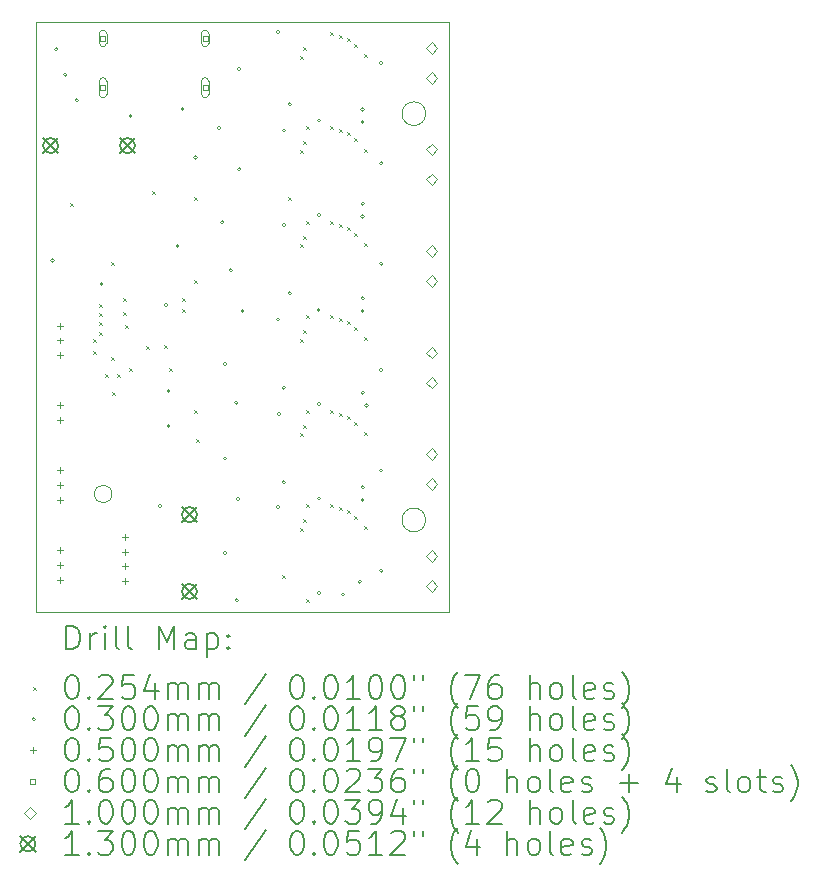
<source format=gbr>
%TF.GenerationSoftware,KiCad,Pcbnew,8.0.8*%
%TF.CreationDate,2025-01-27T12:16:42-05:00*%
%TF.ProjectId,CAN Board,43414e20-426f-4617-9264-2e6b69636164,rev?*%
%TF.SameCoordinates,Original*%
%TF.FileFunction,Drillmap*%
%TF.FilePolarity,Positive*%
%FSLAX45Y45*%
G04 Gerber Fmt 4.5, Leading zero omitted, Abs format (unit mm)*
G04 Created by KiCad (PCBNEW 8.0.8) date 2025-01-27 12:16:42*
%MOMM*%
%LPD*%
G01*
G04 APERTURE LIST*
%ADD10C,0.050000*%
%ADD11C,0.200000*%
%ADD12C,0.100000*%
%ADD13C,0.130000*%
G04 APERTURE END LIST*
D10*
X3345000Y-5200000D02*
G75*
G02*
X3195000Y-5200000I-75000J0D01*
G01*
X3195000Y-5200000D02*
G75*
G02*
X3345000Y-5200000I75000J0D01*
G01*
X6000000Y-5419500D02*
G75*
G02*
X5800000Y-5419500I-100000J0D01*
G01*
X5800000Y-5419500D02*
G75*
G02*
X6000000Y-5419500I100000J0D01*
G01*
X6000000Y-1979500D02*
G75*
G02*
X5800000Y-1979500I-100000J0D01*
G01*
X5800000Y-1979500D02*
G75*
G02*
X6000000Y-1979500I100000J0D01*
G01*
X2700000Y-1200000D02*
X6200000Y-1200000D01*
X6200000Y-6200000D01*
X2700000Y-6200000D01*
X2700000Y-1200000D01*
D11*
D12*
X2987300Y-2737300D02*
X3012700Y-2762700D01*
X3012700Y-2737300D02*
X2987300Y-2762700D01*
X3187300Y-3887300D02*
X3212700Y-3912700D01*
X3212700Y-3887300D02*
X3187300Y-3912700D01*
X3187300Y-3987300D02*
X3212700Y-4012700D01*
X3212700Y-3987300D02*
X3187300Y-4012700D01*
X3237300Y-3587300D02*
X3262700Y-3612700D01*
X3262700Y-3587300D02*
X3237300Y-3612700D01*
X3237300Y-3667300D02*
X3262700Y-3692700D01*
X3262700Y-3667300D02*
X3237300Y-3692700D01*
X3237300Y-3827300D02*
X3262700Y-3852700D01*
X3262700Y-3827300D02*
X3237300Y-3852700D01*
X3237496Y-3747300D02*
X3262896Y-3772700D01*
X3262896Y-3747300D02*
X3237496Y-3772700D01*
X3287300Y-4187300D02*
X3312700Y-4212700D01*
X3312700Y-4187300D02*
X3287300Y-4212700D01*
X3337300Y-3237300D02*
X3362700Y-3262700D01*
X3362700Y-3237300D02*
X3337300Y-3262700D01*
X3337300Y-4037300D02*
X3362700Y-4062700D01*
X3362700Y-4037300D02*
X3337300Y-4062700D01*
X3341580Y-4337300D02*
X3366980Y-4362700D01*
X3366980Y-4337300D02*
X3341580Y-4362700D01*
X3387300Y-4187300D02*
X3412700Y-4212700D01*
X3412700Y-4187300D02*
X3387300Y-4212700D01*
X3437300Y-3537300D02*
X3462700Y-3562700D01*
X3462700Y-3537300D02*
X3437300Y-3562700D01*
X3437300Y-3662300D02*
X3462700Y-3687700D01*
X3462700Y-3662300D02*
X3437300Y-3687700D01*
X3452069Y-3772531D02*
X3477469Y-3797931D01*
X3477469Y-3772531D02*
X3452069Y-3797931D01*
X3487300Y-4137300D02*
X3512700Y-4162700D01*
X3512700Y-4137300D02*
X3487300Y-4162700D01*
X3633869Y-3949215D02*
X3659269Y-3974615D01*
X3659269Y-3949215D02*
X3633869Y-3974615D01*
X3681675Y-2631675D02*
X3707075Y-2657075D01*
X3707075Y-2631675D02*
X3681675Y-2657075D01*
X3787300Y-3937300D02*
X3812700Y-3962700D01*
X3812700Y-3937300D02*
X3787300Y-3962700D01*
X3827300Y-4137300D02*
X3852700Y-4162700D01*
X3852700Y-4137300D02*
X3827300Y-4162700D01*
X3937300Y-3537300D02*
X3962700Y-3562700D01*
X3962700Y-3537300D02*
X3937300Y-3562700D01*
X3937300Y-3637300D02*
X3962700Y-3662700D01*
X3962700Y-3637300D02*
X3937300Y-3662700D01*
X4037300Y-2687300D02*
X4062700Y-2712700D01*
X4062700Y-2687300D02*
X4037300Y-2712700D01*
X4037300Y-3387300D02*
X4062700Y-3412700D01*
X4062700Y-3387300D02*
X4037300Y-3412700D01*
X4037300Y-4487300D02*
X4062700Y-4512700D01*
X4062700Y-4487300D02*
X4037300Y-4512700D01*
X4057760Y-4737300D02*
X4083160Y-4762700D01*
X4083160Y-4737300D02*
X4057760Y-4762700D01*
X4787300Y-5887300D02*
X4812700Y-5912700D01*
X4812700Y-5887300D02*
X4787300Y-5912700D01*
X4837300Y-2687300D02*
X4862700Y-2712700D01*
X4862700Y-2687300D02*
X4837300Y-2712700D01*
X4937300Y-1487300D02*
X4962700Y-1512700D01*
X4962700Y-1487300D02*
X4937300Y-1512700D01*
X4937300Y-2287300D02*
X4962700Y-2312700D01*
X4962700Y-2287300D02*
X4937300Y-2312700D01*
X4937300Y-3087300D02*
X4962700Y-3112700D01*
X4962700Y-3087300D02*
X4937300Y-3112700D01*
X4937300Y-3887300D02*
X4962700Y-3912700D01*
X4962700Y-3887300D02*
X4937300Y-3912700D01*
X4937300Y-4687300D02*
X4962700Y-4712700D01*
X4962700Y-4687300D02*
X4937300Y-4712700D01*
X4937300Y-5487300D02*
X4962700Y-5512700D01*
X4962700Y-5487300D02*
X4937300Y-5512700D01*
X4962300Y-1412300D02*
X4987700Y-1437700D01*
X4987700Y-1412300D02*
X4962300Y-1437700D01*
X4962300Y-2212300D02*
X4987700Y-2237700D01*
X4987700Y-2212300D02*
X4962300Y-2237700D01*
X4962300Y-3012300D02*
X4987700Y-3037700D01*
X4987700Y-3012300D02*
X4962300Y-3037700D01*
X4962300Y-3812300D02*
X4987700Y-3837700D01*
X4987700Y-3812300D02*
X4962300Y-3837700D01*
X4962300Y-4612300D02*
X4987700Y-4637700D01*
X4987700Y-4612300D02*
X4962300Y-4637700D01*
X4962300Y-5412300D02*
X4987700Y-5437700D01*
X4987700Y-5412300D02*
X4962300Y-5437700D01*
X4987300Y-2087300D02*
X5012700Y-2112700D01*
X5012700Y-2087300D02*
X4987300Y-2112700D01*
X4987300Y-2887300D02*
X5012700Y-2912700D01*
X5012700Y-2887300D02*
X4987300Y-2912700D01*
X4987300Y-3687300D02*
X5012700Y-3712700D01*
X5012700Y-3687300D02*
X4987300Y-3712700D01*
X4987300Y-4487300D02*
X5012700Y-4512700D01*
X5012700Y-4487300D02*
X4987300Y-4512700D01*
X4987300Y-5287300D02*
X5012700Y-5312700D01*
X5012700Y-5287300D02*
X4987300Y-5312700D01*
X4987300Y-6087300D02*
X5012700Y-6112700D01*
X5012700Y-6087300D02*
X4987300Y-6112700D01*
X5187300Y-1287300D02*
X5212700Y-1312700D01*
X5212700Y-1287300D02*
X5187300Y-1312700D01*
X5187300Y-2087300D02*
X5212700Y-2112700D01*
X5212700Y-2087300D02*
X5187300Y-2112700D01*
X5187300Y-2887300D02*
X5212700Y-2912700D01*
X5212700Y-2887300D02*
X5187300Y-2912700D01*
X5187300Y-3687300D02*
X5212700Y-3712700D01*
X5212700Y-3687300D02*
X5187300Y-3712700D01*
X5187300Y-4487300D02*
X5212700Y-4512700D01*
X5212700Y-4487300D02*
X5187300Y-4512700D01*
X5187300Y-5287300D02*
X5212700Y-5312700D01*
X5212700Y-5287300D02*
X5187300Y-5312700D01*
X5262300Y-1312300D02*
X5287700Y-1337700D01*
X5287700Y-1312300D02*
X5262300Y-1337700D01*
X5262300Y-2112300D02*
X5287700Y-2137700D01*
X5287700Y-2112300D02*
X5262300Y-2137700D01*
X5262300Y-2912300D02*
X5287700Y-2937700D01*
X5287700Y-2912300D02*
X5262300Y-2937700D01*
X5262300Y-3712300D02*
X5287700Y-3737700D01*
X5287700Y-3712300D02*
X5262300Y-3737700D01*
X5262300Y-4512300D02*
X5287700Y-4537700D01*
X5287700Y-4512300D02*
X5262300Y-4537700D01*
X5262300Y-5312300D02*
X5287700Y-5337700D01*
X5287700Y-5312300D02*
X5262300Y-5337700D01*
X5337300Y-1337300D02*
X5362700Y-1362700D01*
X5362700Y-1337300D02*
X5337300Y-1362700D01*
X5337300Y-2137300D02*
X5362700Y-2162700D01*
X5362700Y-2137300D02*
X5337300Y-2162700D01*
X5337300Y-2937300D02*
X5362700Y-2962700D01*
X5362700Y-2937300D02*
X5337300Y-2962700D01*
X5337300Y-3737300D02*
X5362700Y-3762700D01*
X5362700Y-3737300D02*
X5337300Y-3762700D01*
X5337300Y-4537300D02*
X5362700Y-4562700D01*
X5362700Y-4537300D02*
X5337300Y-4562700D01*
X5337300Y-5337300D02*
X5362700Y-5362700D01*
X5362700Y-5337300D02*
X5337300Y-5362700D01*
X5394730Y-1387300D02*
X5420130Y-1412700D01*
X5420130Y-1387300D02*
X5394730Y-1412700D01*
X5394730Y-2187300D02*
X5420130Y-2212700D01*
X5420130Y-2187300D02*
X5394730Y-2212700D01*
X5394730Y-2987300D02*
X5420130Y-3012700D01*
X5420130Y-2987300D02*
X5394730Y-3012700D01*
X5394730Y-3787300D02*
X5420130Y-3812700D01*
X5420130Y-3787300D02*
X5394730Y-3812700D01*
X5394730Y-4587300D02*
X5420130Y-4612700D01*
X5420130Y-4587300D02*
X5394730Y-4612700D01*
X5394730Y-5387300D02*
X5420130Y-5412700D01*
X5420130Y-5387300D02*
X5394730Y-5412700D01*
X5474800Y-1474800D02*
X5500200Y-1500200D01*
X5500200Y-1474800D02*
X5474800Y-1500200D01*
X5474800Y-2274800D02*
X5500200Y-2300200D01*
X5500200Y-2274800D02*
X5474800Y-2300200D01*
X5474800Y-3074800D02*
X5500200Y-3100200D01*
X5500200Y-3074800D02*
X5474800Y-3100200D01*
X5474800Y-3874800D02*
X5500200Y-3900200D01*
X5500200Y-3874800D02*
X5474800Y-3900200D01*
X5474800Y-4674800D02*
X5500200Y-4700200D01*
X5500200Y-4674800D02*
X5474800Y-4700200D01*
X5474800Y-5474800D02*
X5500200Y-5500200D01*
X5500200Y-5474800D02*
X5474800Y-5500200D01*
X2855000Y-3222956D02*
G75*
G02*
X2825000Y-3222956I-15000J0D01*
G01*
X2825000Y-3222956D02*
G75*
G02*
X2855000Y-3222956I15000J0D01*
G01*
X2887500Y-1434251D02*
G75*
G02*
X2857500Y-1434251I-15000J0D01*
G01*
X2857500Y-1434251D02*
G75*
G02*
X2887500Y-1434251I15000J0D01*
G01*
X2965000Y-1650000D02*
G75*
G02*
X2935000Y-1650000I-15000J0D01*
G01*
X2935000Y-1650000D02*
G75*
G02*
X2965000Y-1650000I15000J0D01*
G01*
X3060000Y-1865186D02*
G75*
G02*
X3030000Y-1865186I-15000J0D01*
G01*
X3030000Y-1865186D02*
G75*
G02*
X3060000Y-1865186I15000J0D01*
G01*
X3269369Y-3421880D02*
G75*
G02*
X3239369Y-3421880I-15000J0D01*
G01*
X3239369Y-3421880D02*
G75*
G02*
X3269369Y-3421880I15000J0D01*
G01*
X3515000Y-2000000D02*
G75*
G02*
X3485000Y-2000000I-15000J0D01*
G01*
X3485000Y-2000000D02*
G75*
G02*
X3515000Y-2000000I15000J0D01*
G01*
X3765000Y-5300000D02*
G75*
G02*
X3735000Y-5300000I-15000J0D01*
G01*
X3735000Y-5300000D02*
G75*
G02*
X3765000Y-5300000I15000J0D01*
G01*
X3815000Y-3600000D02*
G75*
G02*
X3785000Y-3600000I-15000J0D01*
G01*
X3785000Y-3600000D02*
G75*
G02*
X3815000Y-3600000I15000J0D01*
G01*
X3837500Y-4326128D02*
G75*
G02*
X3807500Y-4326128I-15000J0D01*
G01*
X3807500Y-4326128D02*
G75*
G02*
X3837500Y-4326128I15000J0D01*
G01*
X3837500Y-4625802D02*
G75*
G02*
X3807500Y-4625802I-15000J0D01*
G01*
X3807500Y-4625802D02*
G75*
G02*
X3837500Y-4625802I15000J0D01*
G01*
X3915000Y-3100000D02*
G75*
G02*
X3885000Y-3100000I-15000J0D01*
G01*
X3885000Y-3100000D02*
G75*
G02*
X3915000Y-3100000I15000J0D01*
G01*
X3955000Y-1940000D02*
G75*
G02*
X3925000Y-1940000I-15000J0D01*
G01*
X3925000Y-1940000D02*
G75*
G02*
X3955000Y-1940000I15000J0D01*
G01*
X4065000Y-2350000D02*
G75*
G02*
X4035000Y-2350000I-15000J0D01*
G01*
X4035000Y-2350000D02*
G75*
G02*
X4065000Y-2350000I15000J0D01*
G01*
X4265000Y-2100000D02*
G75*
G02*
X4235000Y-2100000I-15000J0D01*
G01*
X4235000Y-2100000D02*
G75*
G02*
X4265000Y-2100000I15000J0D01*
G01*
X4292640Y-2900000D02*
G75*
G02*
X4262640Y-2900000I-15000J0D01*
G01*
X4262640Y-2900000D02*
G75*
G02*
X4292640Y-2900000I15000J0D01*
G01*
X4315000Y-4100000D02*
G75*
G02*
X4285000Y-4100000I-15000J0D01*
G01*
X4285000Y-4100000D02*
G75*
G02*
X4315000Y-4100000I15000J0D01*
G01*
X4315000Y-4900000D02*
G75*
G02*
X4285000Y-4900000I-15000J0D01*
G01*
X4285000Y-4900000D02*
G75*
G02*
X4315000Y-4900000I15000J0D01*
G01*
X4315000Y-5700000D02*
G75*
G02*
X4285000Y-5700000I-15000J0D01*
G01*
X4285000Y-5700000D02*
G75*
G02*
X4315000Y-5700000I15000J0D01*
G01*
X4365000Y-3304520D02*
G75*
G02*
X4335000Y-3304520I-15000J0D01*
G01*
X4335000Y-3304520D02*
G75*
G02*
X4365000Y-3304520I15000J0D01*
G01*
X4410306Y-4427500D02*
G75*
G02*
X4380306Y-4427500I-15000J0D01*
G01*
X4380306Y-4427500D02*
G75*
G02*
X4410306Y-4427500I15000J0D01*
G01*
X4415000Y-6100000D02*
G75*
G02*
X4385000Y-6100000I-15000J0D01*
G01*
X4385000Y-6100000D02*
G75*
G02*
X4415000Y-6100000I15000J0D01*
G01*
X4425186Y-5242380D02*
G75*
G02*
X4395186Y-5242380I-15000J0D01*
G01*
X4395186Y-5242380D02*
G75*
G02*
X4425186Y-5242380I15000J0D01*
G01*
X4434760Y-1602740D02*
G75*
G02*
X4404760Y-1602740I-15000J0D01*
G01*
X4404760Y-1602740D02*
G75*
G02*
X4434760Y-1602740I15000J0D01*
G01*
X4436010Y-2450000D02*
G75*
G02*
X4406010Y-2450000I-15000J0D01*
G01*
X4406010Y-2450000D02*
G75*
G02*
X4436010Y-2450000I15000J0D01*
G01*
X4465000Y-3650000D02*
G75*
G02*
X4435000Y-3650000I-15000J0D01*
G01*
X4435000Y-3650000D02*
G75*
G02*
X4465000Y-3650000I15000J0D01*
G01*
X4765000Y-1289060D02*
G75*
G02*
X4735000Y-1289060I-15000J0D01*
G01*
X4735000Y-1289060D02*
G75*
G02*
X4765000Y-1289060I15000J0D01*
G01*
X4765000Y-3721520D02*
G75*
G02*
X4735000Y-3721520I-15000J0D01*
G01*
X4735000Y-3721520D02*
G75*
G02*
X4765000Y-3721520I15000J0D01*
G01*
X4765000Y-5308120D02*
G75*
G02*
X4735000Y-5308120I-15000J0D01*
G01*
X4735000Y-5308120D02*
G75*
G02*
X4765000Y-5308120I15000J0D01*
G01*
X4774050Y-4522850D02*
G75*
G02*
X4744050Y-4522850I-15000J0D01*
G01*
X4744050Y-4522850D02*
G75*
G02*
X4774050Y-4522850I15000J0D01*
G01*
X4815000Y-2121520D02*
G75*
G02*
X4785000Y-2121520I-15000J0D01*
G01*
X4785000Y-2121520D02*
G75*
G02*
X4815000Y-2121520I15000J0D01*
G01*
X4815000Y-2921520D02*
G75*
G02*
X4785000Y-2921520I-15000J0D01*
G01*
X4785000Y-2921520D02*
G75*
G02*
X4815000Y-2921520I15000J0D01*
G01*
X4815000Y-4300000D02*
G75*
G02*
X4785000Y-4300000I-15000J0D01*
G01*
X4785000Y-4300000D02*
G75*
G02*
X4815000Y-4300000I15000J0D01*
G01*
X4815000Y-5100000D02*
G75*
G02*
X4785000Y-5100000I-15000J0D01*
G01*
X4785000Y-5100000D02*
G75*
G02*
X4815000Y-5100000I15000J0D01*
G01*
X4865000Y-1900000D02*
G75*
G02*
X4835000Y-1900000I-15000J0D01*
G01*
X4835000Y-1900000D02*
G75*
G02*
X4865000Y-1900000I15000J0D01*
G01*
X4865000Y-3500000D02*
G75*
G02*
X4835000Y-3500000I-15000J0D01*
G01*
X4835000Y-3500000D02*
G75*
G02*
X4865000Y-3500000I15000J0D01*
G01*
X5107846Y-3641880D02*
G75*
G02*
X5077846Y-3641880I-15000J0D01*
G01*
X5077846Y-3641880D02*
G75*
G02*
X5107846Y-3641880I15000J0D01*
G01*
X5111906Y-2038786D02*
G75*
G02*
X5081906Y-2038786I-15000J0D01*
G01*
X5081906Y-2038786D02*
G75*
G02*
X5111906Y-2038786I15000J0D01*
G01*
X5111906Y-2838786D02*
G75*
G02*
X5081906Y-2838786I-15000J0D01*
G01*
X5081906Y-2838786D02*
G75*
G02*
X5111906Y-2838786I15000J0D01*
G01*
X5111906Y-4438786D02*
G75*
G02*
X5081906Y-4438786I-15000J0D01*
G01*
X5081906Y-4438786D02*
G75*
G02*
X5111906Y-4438786I15000J0D01*
G01*
X5111906Y-5238786D02*
G75*
G02*
X5081906Y-5238786I-15000J0D01*
G01*
X5081906Y-5238786D02*
G75*
G02*
X5111906Y-5238786I15000J0D01*
G01*
X5111906Y-6038786D02*
G75*
G02*
X5081906Y-6038786I-15000J0D01*
G01*
X5081906Y-6038786D02*
G75*
G02*
X5111906Y-6038786I15000J0D01*
G01*
X5315000Y-6050000D02*
G75*
G02*
X5285000Y-6050000I-15000J0D01*
G01*
X5285000Y-6050000D02*
G75*
G02*
X5315000Y-6050000I15000J0D01*
G01*
X5457570Y-5942570D02*
G75*
G02*
X5427570Y-5942570I-15000J0D01*
G01*
X5427570Y-5942570D02*
G75*
G02*
X5457570Y-5942570I15000J0D01*
G01*
X5480550Y-1942570D02*
G75*
G02*
X5450550Y-1942570I-15000J0D01*
G01*
X5450550Y-1942570D02*
G75*
G02*
X5480550Y-1942570I15000J0D01*
G01*
X5480550Y-2050000D02*
G75*
G02*
X5450550Y-2050000I-15000J0D01*
G01*
X5450550Y-2050000D02*
G75*
G02*
X5480550Y-2050000I15000J0D01*
G01*
X5480550Y-2742570D02*
G75*
G02*
X5450550Y-2742570I-15000J0D01*
G01*
X5450550Y-2742570D02*
G75*
G02*
X5480550Y-2742570I15000J0D01*
G01*
X5480550Y-2850000D02*
G75*
G02*
X5450550Y-2850000I-15000J0D01*
G01*
X5450550Y-2850000D02*
G75*
G02*
X5480550Y-2850000I15000J0D01*
G01*
X5480550Y-3542570D02*
G75*
G02*
X5450550Y-3542570I-15000J0D01*
G01*
X5450550Y-3542570D02*
G75*
G02*
X5480550Y-3542570I15000J0D01*
G01*
X5480550Y-3650000D02*
G75*
G02*
X5450550Y-3650000I-15000J0D01*
G01*
X5450550Y-3650000D02*
G75*
G02*
X5480550Y-3650000I15000J0D01*
G01*
X5480550Y-4342570D02*
G75*
G02*
X5450550Y-4342570I-15000J0D01*
G01*
X5450550Y-4342570D02*
G75*
G02*
X5480550Y-4342570I15000J0D01*
G01*
X5480550Y-5142570D02*
G75*
G02*
X5450550Y-5142570I-15000J0D01*
G01*
X5450550Y-5142570D02*
G75*
G02*
X5480550Y-5142570I15000J0D01*
G01*
X5480550Y-5250000D02*
G75*
G02*
X5450550Y-5250000I-15000J0D01*
G01*
X5450550Y-5250000D02*
G75*
G02*
X5480550Y-5250000I15000J0D01*
G01*
X5515000Y-4450000D02*
G75*
G02*
X5485000Y-4450000I-15000J0D01*
G01*
X5485000Y-4450000D02*
G75*
G02*
X5515000Y-4450000I15000J0D01*
G01*
X5637500Y-1550000D02*
G75*
G02*
X5607500Y-1550000I-15000J0D01*
G01*
X5607500Y-1550000D02*
G75*
G02*
X5637500Y-1550000I15000J0D01*
G01*
X5637500Y-2400000D02*
G75*
G02*
X5607500Y-2400000I-15000J0D01*
G01*
X5607500Y-2400000D02*
G75*
G02*
X5637500Y-2400000I15000J0D01*
G01*
X5637500Y-3250000D02*
G75*
G02*
X5607500Y-3250000I-15000J0D01*
G01*
X5607500Y-3250000D02*
G75*
G02*
X5637500Y-3250000I15000J0D01*
G01*
X5637500Y-4150000D02*
G75*
G02*
X5607500Y-4150000I-15000J0D01*
G01*
X5607500Y-4150000D02*
G75*
G02*
X5637500Y-4150000I15000J0D01*
G01*
X5637500Y-5000000D02*
G75*
G02*
X5607500Y-5000000I-15000J0D01*
G01*
X5607500Y-5000000D02*
G75*
G02*
X5637500Y-5000000I15000J0D01*
G01*
X5637500Y-5850000D02*
G75*
G02*
X5607500Y-5850000I-15000J0D01*
G01*
X5607500Y-5850000D02*
G75*
G02*
X5637500Y-5850000I15000J0D01*
G01*
X2905000Y-3750000D02*
X2905000Y-3800000D01*
X2880000Y-3775000D02*
X2930000Y-3775000D01*
X2905000Y-3875000D02*
X2905000Y-3925000D01*
X2880000Y-3900000D02*
X2930000Y-3900000D01*
X2905000Y-4000000D02*
X2905000Y-4050000D01*
X2880000Y-4025000D02*
X2930000Y-4025000D01*
X2905000Y-4425000D02*
X2905000Y-4475000D01*
X2880000Y-4450000D02*
X2930000Y-4450000D01*
X2905000Y-4550000D02*
X2905000Y-4600000D01*
X2880000Y-4575000D02*
X2930000Y-4575000D01*
X2905000Y-4975000D02*
X2905000Y-5025000D01*
X2880000Y-5000000D02*
X2930000Y-5000000D01*
X2905000Y-5100000D02*
X2905000Y-5150000D01*
X2880000Y-5125000D02*
X2930000Y-5125000D01*
X2905000Y-5225000D02*
X2905000Y-5275000D01*
X2880000Y-5250000D02*
X2930000Y-5250000D01*
X2905000Y-5650000D02*
X2905000Y-5700000D01*
X2880000Y-5675000D02*
X2930000Y-5675000D01*
X2905000Y-5775000D02*
X2905000Y-5825000D01*
X2880000Y-5800000D02*
X2930000Y-5800000D01*
X2905000Y-5900000D02*
X2905000Y-5950000D01*
X2880000Y-5925000D02*
X2930000Y-5925000D01*
X3455000Y-5537500D02*
X3455000Y-5587500D01*
X3430000Y-5562500D02*
X3480000Y-5562500D01*
X3455000Y-5662500D02*
X3455000Y-5712500D01*
X3430000Y-5687500D02*
X3480000Y-5687500D01*
X3455000Y-5787500D02*
X3455000Y-5837500D01*
X3430000Y-5812500D02*
X3480000Y-5812500D01*
X3455000Y-5912500D02*
X3455000Y-5962500D01*
X3430000Y-5937500D02*
X3480000Y-5937500D01*
X3289213Y-1363713D02*
X3289213Y-1321287D01*
X3246787Y-1321287D01*
X3246787Y-1363713D01*
X3289213Y-1363713D01*
X3298000Y-1382500D02*
X3298000Y-1302500D01*
X3238000Y-1302500D02*
G75*
G02*
X3298000Y-1302500I30000J0D01*
G01*
X3238000Y-1302500D02*
X3238000Y-1382500D01*
X3238000Y-1382500D02*
G75*
G03*
X3298000Y-1382500I30000J0D01*
G01*
X3289213Y-1781713D02*
X3289213Y-1739287D01*
X3246787Y-1739287D01*
X3246787Y-1781713D01*
X3289213Y-1781713D01*
X3298000Y-1815500D02*
X3298000Y-1705500D01*
X3238000Y-1705500D02*
G75*
G02*
X3298000Y-1705500I30000J0D01*
G01*
X3238000Y-1705500D02*
X3238000Y-1815500D01*
X3238000Y-1815500D02*
G75*
G03*
X3298000Y-1815500I30000J0D01*
G01*
X4153213Y-1363713D02*
X4153213Y-1321287D01*
X4110787Y-1321287D01*
X4110787Y-1363713D01*
X4153213Y-1363713D01*
X4162000Y-1382500D02*
X4162000Y-1302500D01*
X4102000Y-1302500D02*
G75*
G02*
X4162000Y-1302500I30000J0D01*
G01*
X4102000Y-1302500D02*
X4102000Y-1382500D01*
X4102000Y-1382500D02*
G75*
G03*
X4162000Y-1382500I30000J0D01*
G01*
X4153213Y-1781713D02*
X4153213Y-1739287D01*
X4110787Y-1739287D01*
X4110787Y-1781713D01*
X4153213Y-1781713D01*
X4162000Y-1815500D02*
X4162000Y-1705500D01*
X4102000Y-1705500D02*
G75*
G02*
X4162000Y-1705500I30000J0D01*
G01*
X4102000Y-1705500D02*
X4102000Y-1815500D01*
X4102000Y-1815500D02*
G75*
G03*
X4162000Y-1815500I30000J0D01*
G01*
X6050000Y-1472500D02*
X6100000Y-1422500D01*
X6050000Y-1372500D01*
X6000000Y-1422500D01*
X6050000Y-1472500D01*
X6050000Y-1726500D02*
X6100000Y-1676500D01*
X6050000Y-1626500D01*
X6000000Y-1676500D01*
X6050000Y-1726500D01*
X6050000Y-2332500D02*
X6100000Y-2282500D01*
X6050000Y-2232500D01*
X6000000Y-2282500D01*
X6050000Y-2332500D01*
X6050000Y-2586500D02*
X6100000Y-2536500D01*
X6050000Y-2486500D01*
X6000000Y-2536500D01*
X6050000Y-2586500D01*
X6050000Y-3192500D02*
X6100000Y-3142500D01*
X6050000Y-3092500D01*
X6000000Y-3142500D01*
X6050000Y-3192500D01*
X6050000Y-3446500D02*
X6100000Y-3396500D01*
X6050000Y-3346500D01*
X6000000Y-3396500D01*
X6050000Y-3446500D01*
X6050000Y-4052500D02*
X6100000Y-4002500D01*
X6050000Y-3952500D01*
X6000000Y-4002500D01*
X6050000Y-4052500D01*
X6050000Y-4306500D02*
X6100000Y-4256500D01*
X6050000Y-4206500D01*
X6000000Y-4256500D01*
X6050000Y-4306500D01*
X6050000Y-4912500D02*
X6100000Y-4862500D01*
X6050000Y-4812500D01*
X6000000Y-4862500D01*
X6050000Y-4912500D01*
X6050000Y-5166500D02*
X6100000Y-5116500D01*
X6050000Y-5066500D01*
X6000000Y-5116500D01*
X6050000Y-5166500D01*
X6050000Y-5772500D02*
X6100000Y-5722500D01*
X6050000Y-5672500D01*
X6000000Y-5722500D01*
X6050000Y-5772500D01*
X6050000Y-6026500D02*
X6100000Y-5976500D01*
X6050000Y-5926500D01*
X6000000Y-5976500D01*
X6050000Y-6026500D01*
D13*
X2760000Y-2185000D02*
X2890000Y-2315000D01*
X2890000Y-2185000D02*
X2760000Y-2315000D01*
X2890000Y-2250000D02*
G75*
G02*
X2760000Y-2250000I-65000J0D01*
G01*
X2760000Y-2250000D02*
G75*
G02*
X2890000Y-2250000I65000J0D01*
G01*
X3410000Y-2185000D02*
X3540000Y-2315000D01*
X3540000Y-2185000D02*
X3410000Y-2315000D01*
X3540000Y-2250000D02*
G75*
G02*
X3410000Y-2250000I-65000J0D01*
G01*
X3410000Y-2250000D02*
G75*
G02*
X3540000Y-2250000I65000J0D01*
G01*
X3935000Y-5310000D02*
X4065000Y-5440000D01*
X4065000Y-5310000D02*
X3935000Y-5440000D01*
X4065000Y-5375000D02*
G75*
G02*
X3935000Y-5375000I-65000J0D01*
G01*
X3935000Y-5375000D02*
G75*
G02*
X4065000Y-5375000I65000J0D01*
G01*
X3935000Y-5960000D02*
X4065000Y-6090000D01*
X4065000Y-5960000D02*
X3935000Y-6090000D01*
X4065000Y-6025000D02*
G75*
G02*
X3935000Y-6025000I-65000J0D01*
G01*
X3935000Y-6025000D02*
G75*
G02*
X4065000Y-6025000I65000J0D01*
G01*
D11*
X2958277Y-6513984D02*
X2958277Y-6313984D01*
X2958277Y-6313984D02*
X3005896Y-6313984D01*
X3005896Y-6313984D02*
X3034467Y-6323508D01*
X3034467Y-6323508D02*
X3053515Y-6342555D01*
X3053515Y-6342555D02*
X3063039Y-6361603D01*
X3063039Y-6361603D02*
X3072562Y-6399698D01*
X3072562Y-6399698D02*
X3072562Y-6428269D01*
X3072562Y-6428269D02*
X3063039Y-6466365D01*
X3063039Y-6466365D02*
X3053515Y-6485412D01*
X3053515Y-6485412D02*
X3034467Y-6504460D01*
X3034467Y-6504460D02*
X3005896Y-6513984D01*
X3005896Y-6513984D02*
X2958277Y-6513984D01*
X3158277Y-6513984D02*
X3158277Y-6380650D01*
X3158277Y-6418746D02*
X3167801Y-6399698D01*
X3167801Y-6399698D02*
X3177324Y-6390174D01*
X3177324Y-6390174D02*
X3196372Y-6380650D01*
X3196372Y-6380650D02*
X3215420Y-6380650D01*
X3282086Y-6513984D02*
X3282086Y-6380650D01*
X3282086Y-6313984D02*
X3272562Y-6323508D01*
X3272562Y-6323508D02*
X3282086Y-6333031D01*
X3282086Y-6333031D02*
X3291610Y-6323508D01*
X3291610Y-6323508D02*
X3282086Y-6313984D01*
X3282086Y-6313984D02*
X3282086Y-6333031D01*
X3405896Y-6513984D02*
X3386848Y-6504460D01*
X3386848Y-6504460D02*
X3377324Y-6485412D01*
X3377324Y-6485412D02*
X3377324Y-6313984D01*
X3510658Y-6513984D02*
X3491610Y-6504460D01*
X3491610Y-6504460D02*
X3482086Y-6485412D01*
X3482086Y-6485412D02*
X3482086Y-6313984D01*
X3739229Y-6513984D02*
X3739229Y-6313984D01*
X3739229Y-6313984D02*
X3805896Y-6456841D01*
X3805896Y-6456841D02*
X3872562Y-6313984D01*
X3872562Y-6313984D02*
X3872562Y-6513984D01*
X4053515Y-6513984D02*
X4053515Y-6409222D01*
X4053515Y-6409222D02*
X4043991Y-6390174D01*
X4043991Y-6390174D02*
X4024943Y-6380650D01*
X4024943Y-6380650D02*
X3986848Y-6380650D01*
X3986848Y-6380650D02*
X3967801Y-6390174D01*
X4053515Y-6504460D02*
X4034467Y-6513984D01*
X4034467Y-6513984D02*
X3986848Y-6513984D01*
X3986848Y-6513984D02*
X3967801Y-6504460D01*
X3967801Y-6504460D02*
X3958277Y-6485412D01*
X3958277Y-6485412D02*
X3958277Y-6466365D01*
X3958277Y-6466365D02*
X3967801Y-6447317D01*
X3967801Y-6447317D02*
X3986848Y-6437793D01*
X3986848Y-6437793D02*
X4034467Y-6437793D01*
X4034467Y-6437793D02*
X4053515Y-6428269D01*
X4148753Y-6380650D02*
X4148753Y-6580650D01*
X4148753Y-6390174D02*
X4167801Y-6380650D01*
X4167801Y-6380650D02*
X4205896Y-6380650D01*
X4205896Y-6380650D02*
X4224944Y-6390174D01*
X4224944Y-6390174D02*
X4234467Y-6399698D01*
X4234467Y-6399698D02*
X4243991Y-6418746D01*
X4243991Y-6418746D02*
X4243991Y-6475888D01*
X4243991Y-6475888D02*
X4234467Y-6494936D01*
X4234467Y-6494936D02*
X4224944Y-6504460D01*
X4224944Y-6504460D02*
X4205896Y-6513984D01*
X4205896Y-6513984D02*
X4167801Y-6513984D01*
X4167801Y-6513984D02*
X4148753Y-6504460D01*
X4329705Y-6494936D02*
X4339229Y-6504460D01*
X4339229Y-6504460D02*
X4329705Y-6513984D01*
X4329705Y-6513984D02*
X4320182Y-6504460D01*
X4320182Y-6504460D02*
X4329705Y-6494936D01*
X4329705Y-6494936D02*
X4329705Y-6513984D01*
X4329705Y-6390174D02*
X4339229Y-6399698D01*
X4339229Y-6399698D02*
X4329705Y-6409222D01*
X4329705Y-6409222D02*
X4320182Y-6399698D01*
X4320182Y-6399698D02*
X4329705Y-6390174D01*
X4329705Y-6390174D02*
X4329705Y-6409222D01*
D12*
X2672100Y-6829800D02*
X2697500Y-6855200D01*
X2697500Y-6829800D02*
X2672100Y-6855200D01*
D11*
X2996372Y-6733984D02*
X3015420Y-6733984D01*
X3015420Y-6733984D02*
X3034467Y-6743508D01*
X3034467Y-6743508D02*
X3043991Y-6753031D01*
X3043991Y-6753031D02*
X3053515Y-6772079D01*
X3053515Y-6772079D02*
X3063039Y-6810174D01*
X3063039Y-6810174D02*
X3063039Y-6857793D01*
X3063039Y-6857793D02*
X3053515Y-6895888D01*
X3053515Y-6895888D02*
X3043991Y-6914936D01*
X3043991Y-6914936D02*
X3034467Y-6924460D01*
X3034467Y-6924460D02*
X3015420Y-6933984D01*
X3015420Y-6933984D02*
X2996372Y-6933984D01*
X2996372Y-6933984D02*
X2977324Y-6924460D01*
X2977324Y-6924460D02*
X2967801Y-6914936D01*
X2967801Y-6914936D02*
X2958277Y-6895888D01*
X2958277Y-6895888D02*
X2948753Y-6857793D01*
X2948753Y-6857793D02*
X2948753Y-6810174D01*
X2948753Y-6810174D02*
X2958277Y-6772079D01*
X2958277Y-6772079D02*
X2967801Y-6753031D01*
X2967801Y-6753031D02*
X2977324Y-6743508D01*
X2977324Y-6743508D02*
X2996372Y-6733984D01*
X3148753Y-6914936D02*
X3158277Y-6924460D01*
X3158277Y-6924460D02*
X3148753Y-6933984D01*
X3148753Y-6933984D02*
X3139229Y-6924460D01*
X3139229Y-6924460D02*
X3148753Y-6914936D01*
X3148753Y-6914936D02*
X3148753Y-6933984D01*
X3234467Y-6753031D02*
X3243991Y-6743508D01*
X3243991Y-6743508D02*
X3263039Y-6733984D01*
X3263039Y-6733984D02*
X3310658Y-6733984D01*
X3310658Y-6733984D02*
X3329705Y-6743508D01*
X3329705Y-6743508D02*
X3339229Y-6753031D01*
X3339229Y-6753031D02*
X3348753Y-6772079D01*
X3348753Y-6772079D02*
X3348753Y-6791127D01*
X3348753Y-6791127D02*
X3339229Y-6819698D01*
X3339229Y-6819698D02*
X3224943Y-6933984D01*
X3224943Y-6933984D02*
X3348753Y-6933984D01*
X3529705Y-6733984D02*
X3434467Y-6733984D01*
X3434467Y-6733984D02*
X3424943Y-6829222D01*
X3424943Y-6829222D02*
X3434467Y-6819698D01*
X3434467Y-6819698D02*
X3453515Y-6810174D01*
X3453515Y-6810174D02*
X3501134Y-6810174D01*
X3501134Y-6810174D02*
X3520182Y-6819698D01*
X3520182Y-6819698D02*
X3529705Y-6829222D01*
X3529705Y-6829222D02*
X3539229Y-6848269D01*
X3539229Y-6848269D02*
X3539229Y-6895888D01*
X3539229Y-6895888D02*
X3529705Y-6914936D01*
X3529705Y-6914936D02*
X3520182Y-6924460D01*
X3520182Y-6924460D02*
X3501134Y-6933984D01*
X3501134Y-6933984D02*
X3453515Y-6933984D01*
X3453515Y-6933984D02*
X3434467Y-6924460D01*
X3434467Y-6924460D02*
X3424943Y-6914936D01*
X3710658Y-6800650D02*
X3710658Y-6933984D01*
X3663039Y-6724460D02*
X3615420Y-6867317D01*
X3615420Y-6867317D02*
X3739229Y-6867317D01*
X3815420Y-6933984D02*
X3815420Y-6800650D01*
X3815420Y-6819698D02*
X3824943Y-6810174D01*
X3824943Y-6810174D02*
X3843991Y-6800650D01*
X3843991Y-6800650D02*
X3872563Y-6800650D01*
X3872563Y-6800650D02*
X3891610Y-6810174D01*
X3891610Y-6810174D02*
X3901134Y-6829222D01*
X3901134Y-6829222D02*
X3901134Y-6933984D01*
X3901134Y-6829222D02*
X3910658Y-6810174D01*
X3910658Y-6810174D02*
X3929705Y-6800650D01*
X3929705Y-6800650D02*
X3958277Y-6800650D01*
X3958277Y-6800650D02*
X3977324Y-6810174D01*
X3977324Y-6810174D02*
X3986848Y-6829222D01*
X3986848Y-6829222D02*
X3986848Y-6933984D01*
X4082086Y-6933984D02*
X4082086Y-6800650D01*
X4082086Y-6819698D02*
X4091610Y-6810174D01*
X4091610Y-6810174D02*
X4110658Y-6800650D01*
X4110658Y-6800650D02*
X4139229Y-6800650D01*
X4139229Y-6800650D02*
X4158277Y-6810174D01*
X4158277Y-6810174D02*
X4167801Y-6829222D01*
X4167801Y-6829222D02*
X4167801Y-6933984D01*
X4167801Y-6829222D02*
X4177324Y-6810174D01*
X4177324Y-6810174D02*
X4196372Y-6800650D01*
X4196372Y-6800650D02*
X4224944Y-6800650D01*
X4224944Y-6800650D02*
X4243991Y-6810174D01*
X4243991Y-6810174D02*
X4253515Y-6829222D01*
X4253515Y-6829222D02*
X4253515Y-6933984D01*
X4643991Y-6724460D02*
X4472563Y-6981603D01*
X4901134Y-6733984D02*
X4920182Y-6733984D01*
X4920182Y-6733984D02*
X4939229Y-6743508D01*
X4939229Y-6743508D02*
X4948753Y-6753031D01*
X4948753Y-6753031D02*
X4958277Y-6772079D01*
X4958277Y-6772079D02*
X4967801Y-6810174D01*
X4967801Y-6810174D02*
X4967801Y-6857793D01*
X4967801Y-6857793D02*
X4958277Y-6895888D01*
X4958277Y-6895888D02*
X4948753Y-6914936D01*
X4948753Y-6914936D02*
X4939229Y-6924460D01*
X4939229Y-6924460D02*
X4920182Y-6933984D01*
X4920182Y-6933984D02*
X4901134Y-6933984D01*
X4901134Y-6933984D02*
X4882087Y-6924460D01*
X4882087Y-6924460D02*
X4872563Y-6914936D01*
X4872563Y-6914936D02*
X4863039Y-6895888D01*
X4863039Y-6895888D02*
X4853515Y-6857793D01*
X4853515Y-6857793D02*
X4853515Y-6810174D01*
X4853515Y-6810174D02*
X4863039Y-6772079D01*
X4863039Y-6772079D02*
X4872563Y-6753031D01*
X4872563Y-6753031D02*
X4882087Y-6743508D01*
X4882087Y-6743508D02*
X4901134Y-6733984D01*
X5053515Y-6914936D02*
X5063039Y-6924460D01*
X5063039Y-6924460D02*
X5053515Y-6933984D01*
X5053515Y-6933984D02*
X5043991Y-6924460D01*
X5043991Y-6924460D02*
X5053515Y-6914936D01*
X5053515Y-6914936D02*
X5053515Y-6933984D01*
X5186848Y-6733984D02*
X5205896Y-6733984D01*
X5205896Y-6733984D02*
X5224944Y-6743508D01*
X5224944Y-6743508D02*
X5234468Y-6753031D01*
X5234468Y-6753031D02*
X5243991Y-6772079D01*
X5243991Y-6772079D02*
X5253515Y-6810174D01*
X5253515Y-6810174D02*
X5253515Y-6857793D01*
X5253515Y-6857793D02*
X5243991Y-6895888D01*
X5243991Y-6895888D02*
X5234468Y-6914936D01*
X5234468Y-6914936D02*
X5224944Y-6924460D01*
X5224944Y-6924460D02*
X5205896Y-6933984D01*
X5205896Y-6933984D02*
X5186848Y-6933984D01*
X5186848Y-6933984D02*
X5167801Y-6924460D01*
X5167801Y-6924460D02*
X5158277Y-6914936D01*
X5158277Y-6914936D02*
X5148753Y-6895888D01*
X5148753Y-6895888D02*
X5139229Y-6857793D01*
X5139229Y-6857793D02*
X5139229Y-6810174D01*
X5139229Y-6810174D02*
X5148753Y-6772079D01*
X5148753Y-6772079D02*
X5158277Y-6753031D01*
X5158277Y-6753031D02*
X5167801Y-6743508D01*
X5167801Y-6743508D02*
X5186848Y-6733984D01*
X5443991Y-6933984D02*
X5329706Y-6933984D01*
X5386848Y-6933984D02*
X5386848Y-6733984D01*
X5386848Y-6733984D02*
X5367801Y-6762555D01*
X5367801Y-6762555D02*
X5348753Y-6781603D01*
X5348753Y-6781603D02*
X5329706Y-6791127D01*
X5567801Y-6733984D02*
X5586849Y-6733984D01*
X5586849Y-6733984D02*
X5605896Y-6743508D01*
X5605896Y-6743508D02*
X5615420Y-6753031D01*
X5615420Y-6753031D02*
X5624944Y-6772079D01*
X5624944Y-6772079D02*
X5634467Y-6810174D01*
X5634467Y-6810174D02*
X5634467Y-6857793D01*
X5634467Y-6857793D02*
X5624944Y-6895888D01*
X5624944Y-6895888D02*
X5615420Y-6914936D01*
X5615420Y-6914936D02*
X5605896Y-6924460D01*
X5605896Y-6924460D02*
X5586849Y-6933984D01*
X5586849Y-6933984D02*
X5567801Y-6933984D01*
X5567801Y-6933984D02*
X5548753Y-6924460D01*
X5548753Y-6924460D02*
X5539229Y-6914936D01*
X5539229Y-6914936D02*
X5529706Y-6895888D01*
X5529706Y-6895888D02*
X5520182Y-6857793D01*
X5520182Y-6857793D02*
X5520182Y-6810174D01*
X5520182Y-6810174D02*
X5529706Y-6772079D01*
X5529706Y-6772079D02*
X5539229Y-6753031D01*
X5539229Y-6753031D02*
X5548753Y-6743508D01*
X5548753Y-6743508D02*
X5567801Y-6733984D01*
X5758277Y-6733984D02*
X5777325Y-6733984D01*
X5777325Y-6733984D02*
X5796372Y-6743508D01*
X5796372Y-6743508D02*
X5805896Y-6753031D01*
X5805896Y-6753031D02*
X5815420Y-6772079D01*
X5815420Y-6772079D02*
X5824944Y-6810174D01*
X5824944Y-6810174D02*
X5824944Y-6857793D01*
X5824944Y-6857793D02*
X5815420Y-6895888D01*
X5815420Y-6895888D02*
X5805896Y-6914936D01*
X5805896Y-6914936D02*
X5796372Y-6924460D01*
X5796372Y-6924460D02*
X5777325Y-6933984D01*
X5777325Y-6933984D02*
X5758277Y-6933984D01*
X5758277Y-6933984D02*
X5739229Y-6924460D01*
X5739229Y-6924460D02*
X5729706Y-6914936D01*
X5729706Y-6914936D02*
X5720182Y-6895888D01*
X5720182Y-6895888D02*
X5710658Y-6857793D01*
X5710658Y-6857793D02*
X5710658Y-6810174D01*
X5710658Y-6810174D02*
X5720182Y-6772079D01*
X5720182Y-6772079D02*
X5729706Y-6753031D01*
X5729706Y-6753031D02*
X5739229Y-6743508D01*
X5739229Y-6743508D02*
X5758277Y-6733984D01*
X5901134Y-6733984D02*
X5901134Y-6772079D01*
X5977325Y-6733984D02*
X5977325Y-6772079D01*
X6272563Y-7010174D02*
X6263039Y-7000650D01*
X6263039Y-7000650D02*
X6243991Y-6972079D01*
X6243991Y-6972079D02*
X6234468Y-6953031D01*
X6234468Y-6953031D02*
X6224944Y-6924460D01*
X6224944Y-6924460D02*
X6215420Y-6876841D01*
X6215420Y-6876841D02*
X6215420Y-6838746D01*
X6215420Y-6838746D02*
X6224944Y-6791127D01*
X6224944Y-6791127D02*
X6234468Y-6762555D01*
X6234468Y-6762555D02*
X6243991Y-6743508D01*
X6243991Y-6743508D02*
X6263039Y-6714936D01*
X6263039Y-6714936D02*
X6272563Y-6705412D01*
X6329706Y-6733984D02*
X6463039Y-6733984D01*
X6463039Y-6733984D02*
X6377325Y-6933984D01*
X6624944Y-6733984D02*
X6586848Y-6733984D01*
X6586848Y-6733984D02*
X6567801Y-6743508D01*
X6567801Y-6743508D02*
X6558277Y-6753031D01*
X6558277Y-6753031D02*
X6539229Y-6781603D01*
X6539229Y-6781603D02*
X6529706Y-6819698D01*
X6529706Y-6819698D02*
X6529706Y-6895888D01*
X6529706Y-6895888D02*
X6539229Y-6914936D01*
X6539229Y-6914936D02*
X6548753Y-6924460D01*
X6548753Y-6924460D02*
X6567801Y-6933984D01*
X6567801Y-6933984D02*
X6605896Y-6933984D01*
X6605896Y-6933984D02*
X6624944Y-6924460D01*
X6624944Y-6924460D02*
X6634468Y-6914936D01*
X6634468Y-6914936D02*
X6643991Y-6895888D01*
X6643991Y-6895888D02*
X6643991Y-6848269D01*
X6643991Y-6848269D02*
X6634468Y-6829222D01*
X6634468Y-6829222D02*
X6624944Y-6819698D01*
X6624944Y-6819698D02*
X6605896Y-6810174D01*
X6605896Y-6810174D02*
X6567801Y-6810174D01*
X6567801Y-6810174D02*
X6548753Y-6819698D01*
X6548753Y-6819698D02*
X6539229Y-6829222D01*
X6539229Y-6829222D02*
X6529706Y-6848269D01*
X6882087Y-6933984D02*
X6882087Y-6733984D01*
X6967801Y-6933984D02*
X6967801Y-6829222D01*
X6967801Y-6829222D02*
X6958277Y-6810174D01*
X6958277Y-6810174D02*
X6939230Y-6800650D01*
X6939230Y-6800650D02*
X6910658Y-6800650D01*
X6910658Y-6800650D02*
X6891610Y-6810174D01*
X6891610Y-6810174D02*
X6882087Y-6819698D01*
X7091610Y-6933984D02*
X7072563Y-6924460D01*
X7072563Y-6924460D02*
X7063039Y-6914936D01*
X7063039Y-6914936D02*
X7053515Y-6895888D01*
X7053515Y-6895888D02*
X7053515Y-6838746D01*
X7053515Y-6838746D02*
X7063039Y-6819698D01*
X7063039Y-6819698D02*
X7072563Y-6810174D01*
X7072563Y-6810174D02*
X7091610Y-6800650D01*
X7091610Y-6800650D02*
X7120182Y-6800650D01*
X7120182Y-6800650D02*
X7139230Y-6810174D01*
X7139230Y-6810174D02*
X7148753Y-6819698D01*
X7148753Y-6819698D02*
X7158277Y-6838746D01*
X7158277Y-6838746D02*
X7158277Y-6895888D01*
X7158277Y-6895888D02*
X7148753Y-6914936D01*
X7148753Y-6914936D02*
X7139230Y-6924460D01*
X7139230Y-6924460D02*
X7120182Y-6933984D01*
X7120182Y-6933984D02*
X7091610Y-6933984D01*
X7272563Y-6933984D02*
X7253515Y-6924460D01*
X7253515Y-6924460D02*
X7243991Y-6905412D01*
X7243991Y-6905412D02*
X7243991Y-6733984D01*
X7424944Y-6924460D02*
X7405896Y-6933984D01*
X7405896Y-6933984D02*
X7367801Y-6933984D01*
X7367801Y-6933984D02*
X7348753Y-6924460D01*
X7348753Y-6924460D02*
X7339230Y-6905412D01*
X7339230Y-6905412D02*
X7339230Y-6829222D01*
X7339230Y-6829222D02*
X7348753Y-6810174D01*
X7348753Y-6810174D02*
X7367801Y-6800650D01*
X7367801Y-6800650D02*
X7405896Y-6800650D01*
X7405896Y-6800650D02*
X7424944Y-6810174D01*
X7424944Y-6810174D02*
X7434468Y-6829222D01*
X7434468Y-6829222D02*
X7434468Y-6848269D01*
X7434468Y-6848269D02*
X7339230Y-6867317D01*
X7510658Y-6924460D02*
X7529706Y-6933984D01*
X7529706Y-6933984D02*
X7567801Y-6933984D01*
X7567801Y-6933984D02*
X7586849Y-6924460D01*
X7586849Y-6924460D02*
X7596372Y-6905412D01*
X7596372Y-6905412D02*
X7596372Y-6895888D01*
X7596372Y-6895888D02*
X7586849Y-6876841D01*
X7586849Y-6876841D02*
X7567801Y-6867317D01*
X7567801Y-6867317D02*
X7539230Y-6867317D01*
X7539230Y-6867317D02*
X7520182Y-6857793D01*
X7520182Y-6857793D02*
X7510658Y-6838746D01*
X7510658Y-6838746D02*
X7510658Y-6829222D01*
X7510658Y-6829222D02*
X7520182Y-6810174D01*
X7520182Y-6810174D02*
X7539230Y-6800650D01*
X7539230Y-6800650D02*
X7567801Y-6800650D01*
X7567801Y-6800650D02*
X7586849Y-6810174D01*
X7663039Y-7010174D02*
X7672563Y-7000650D01*
X7672563Y-7000650D02*
X7691611Y-6972079D01*
X7691611Y-6972079D02*
X7701134Y-6953031D01*
X7701134Y-6953031D02*
X7710658Y-6924460D01*
X7710658Y-6924460D02*
X7720182Y-6876841D01*
X7720182Y-6876841D02*
X7720182Y-6838746D01*
X7720182Y-6838746D02*
X7710658Y-6791127D01*
X7710658Y-6791127D02*
X7701134Y-6762555D01*
X7701134Y-6762555D02*
X7691611Y-6743508D01*
X7691611Y-6743508D02*
X7672563Y-6714936D01*
X7672563Y-6714936D02*
X7663039Y-6705412D01*
D12*
X2697500Y-7106500D02*
G75*
G02*
X2667500Y-7106500I-15000J0D01*
G01*
X2667500Y-7106500D02*
G75*
G02*
X2697500Y-7106500I15000J0D01*
G01*
D11*
X2996372Y-6997984D02*
X3015420Y-6997984D01*
X3015420Y-6997984D02*
X3034467Y-7007508D01*
X3034467Y-7007508D02*
X3043991Y-7017031D01*
X3043991Y-7017031D02*
X3053515Y-7036079D01*
X3053515Y-7036079D02*
X3063039Y-7074174D01*
X3063039Y-7074174D02*
X3063039Y-7121793D01*
X3063039Y-7121793D02*
X3053515Y-7159888D01*
X3053515Y-7159888D02*
X3043991Y-7178936D01*
X3043991Y-7178936D02*
X3034467Y-7188460D01*
X3034467Y-7188460D02*
X3015420Y-7197984D01*
X3015420Y-7197984D02*
X2996372Y-7197984D01*
X2996372Y-7197984D02*
X2977324Y-7188460D01*
X2977324Y-7188460D02*
X2967801Y-7178936D01*
X2967801Y-7178936D02*
X2958277Y-7159888D01*
X2958277Y-7159888D02*
X2948753Y-7121793D01*
X2948753Y-7121793D02*
X2948753Y-7074174D01*
X2948753Y-7074174D02*
X2958277Y-7036079D01*
X2958277Y-7036079D02*
X2967801Y-7017031D01*
X2967801Y-7017031D02*
X2977324Y-7007508D01*
X2977324Y-7007508D02*
X2996372Y-6997984D01*
X3148753Y-7178936D02*
X3158277Y-7188460D01*
X3158277Y-7188460D02*
X3148753Y-7197984D01*
X3148753Y-7197984D02*
X3139229Y-7188460D01*
X3139229Y-7188460D02*
X3148753Y-7178936D01*
X3148753Y-7178936D02*
X3148753Y-7197984D01*
X3224943Y-6997984D02*
X3348753Y-6997984D01*
X3348753Y-6997984D02*
X3282086Y-7074174D01*
X3282086Y-7074174D02*
X3310658Y-7074174D01*
X3310658Y-7074174D02*
X3329705Y-7083698D01*
X3329705Y-7083698D02*
X3339229Y-7093222D01*
X3339229Y-7093222D02*
X3348753Y-7112269D01*
X3348753Y-7112269D02*
X3348753Y-7159888D01*
X3348753Y-7159888D02*
X3339229Y-7178936D01*
X3339229Y-7178936D02*
X3329705Y-7188460D01*
X3329705Y-7188460D02*
X3310658Y-7197984D01*
X3310658Y-7197984D02*
X3253515Y-7197984D01*
X3253515Y-7197984D02*
X3234467Y-7188460D01*
X3234467Y-7188460D02*
X3224943Y-7178936D01*
X3472562Y-6997984D02*
X3491610Y-6997984D01*
X3491610Y-6997984D02*
X3510658Y-7007508D01*
X3510658Y-7007508D02*
X3520182Y-7017031D01*
X3520182Y-7017031D02*
X3529705Y-7036079D01*
X3529705Y-7036079D02*
X3539229Y-7074174D01*
X3539229Y-7074174D02*
X3539229Y-7121793D01*
X3539229Y-7121793D02*
X3529705Y-7159888D01*
X3529705Y-7159888D02*
X3520182Y-7178936D01*
X3520182Y-7178936D02*
X3510658Y-7188460D01*
X3510658Y-7188460D02*
X3491610Y-7197984D01*
X3491610Y-7197984D02*
X3472562Y-7197984D01*
X3472562Y-7197984D02*
X3453515Y-7188460D01*
X3453515Y-7188460D02*
X3443991Y-7178936D01*
X3443991Y-7178936D02*
X3434467Y-7159888D01*
X3434467Y-7159888D02*
X3424943Y-7121793D01*
X3424943Y-7121793D02*
X3424943Y-7074174D01*
X3424943Y-7074174D02*
X3434467Y-7036079D01*
X3434467Y-7036079D02*
X3443991Y-7017031D01*
X3443991Y-7017031D02*
X3453515Y-7007508D01*
X3453515Y-7007508D02*
X3472562Y-6997984D01*
X3663039Y-6997984D02*
X3682086Y-6997984D01*
X3682086Y-6997984D02*
X3701134Y-7007508D01*
X3701134Y-7007508D02*
X3710658Y-7017031D01*
X3710658Y-7017031D02*
X3720182Y-7036079D01*
X3720182Y-7036079D02*
X3729705Y-7074174D01*
X3729705Y-7074174D02*
X3729705Y-7121793D01*
X3729705Y-7121793D02*
X3720182Y-7159888D01*
X3720182Y-7159888D02*
X3710658Y-7178936D01*
X3710658Y-7178936D02*
X3701134Y-7188460D01*
X3701134Y-7188460D02*
X3682086Y-7197984D01*
X3682086Y-7197984D02*
X3663039Y-7197984D01*
X3663039Y-7197984D02*
X3643991Y-7188460D01*
X3643991Y-7188460D02*
X3634467Y-7178936D01*
X3634467Y-7178936D02*
X3624943Y-7159888D01*
X3624943Y-7159888D02*
X3615420Y-7121793D01*
X3615420Y-7121793D02*
X3615420Y-7074174D01*
X3615420Y-7074174D02*
X3624943Y-7036079D01*
X3624943Y-7036079D02*
X3634467Y-7017031D01*
X3634467Y-7017031D02*
X3643991Y-7007508D01*
X3643991Y-7007508D02*
X3663039Y-6997984D01*
X3815420Y-7197984D02*
X3815420Y-7064650D01*
X3815420Y-7083698D02*
X3824943Y-7074174D01*
X3824943Y-7074174D02*
X3843991Y-7064650D01*
X3843991Y-7064650D02*
X3872563Y-7064650D01*
X3872563Y-7064650D02*
X3891610Y-7074174D01*
X3891610Y-7074174D02*
X3901134Y-7093222D01*
X3901134Y-7093222D02*
X3901134Y-7197984D01*
X3901134Y-7093222D02*
X3910658Y-7074174D01*
X3910658Y-7074174D02*
X3929705Y-7064650D01*
X3929705Y-7064650D02*
X3958277Y-7064650D01*
X3958277Y-7064650D02*
X3977324Y-7074174D01*
X3977324Y-7074174D02*
X3986848Y-7093222D01*
X3986848Y-7093222D02*
X3986848Y-7197984D01*
X4082086Y-7197984D02*
X4082086Y-7064650D01*
X4082086Y-7083698D02*
X4091610Y-7074174D01*
X4091610Y-7074174D02*
X4110658Y-7064650D01*
X4110658Y-7064650D02*
X4139229Y-7064650D01*
X4139229Y-7064650D02*
X4158277Y-7074174D01*
X4158277Y-7074174D02*
X4167801Y-7093222D01*
X4167801Y-7093222D02*
X4167801Y-7197984D01*
X4167801Y-7093222D02*
X4177324Y-7074174D01*
X4177324Y-7074174D02*
X4196372Y-7064650D01*
X4196372Y-7064650D02*
X4224944Y-7064650D01*
X4224944Y-7064650D02*
X4243991Y-7074174D01*
X4243991Y-7074174D02*
X4253515Y-7093222D01*
X4253515Y-7093222D02*
X4253515Y-7197984D01*
X4643991Y-6988460D02*
X4472563Y-7245603D01*
X4901134Y-6997984D02*
X4920182Y-6997984D01*
X4920182Y-6997984D02*
X4939229Y-7007508D01*
X4939229Y-7007508D02*
X4948753Y-7017031D01*
X4948753Y-7017031D02*
X4958277Y-7036079D01*
X4958277Y-7036079D02*
X4967801Y-7074174D01*
X4967801Y-7074174D02*
X4967801Y-7121793D01*
X4967801Y-7121793D02*
X4958277Y-7159888D01*
X4958277Y-7159888D02*
X4948753Y-7178936D01*
X4948753Y-7178936D02*
X4939229Y-7188460D01*
X4939229Y-7188460D02*
X4920182Y-7197984D01*
X4920182Y-7197984D02*
X4901134Y-7197984D01*
X4901134Y-7197984D02*
X4882087Y-7188460D01*
X4882087Y-7188460D02*
X4872563Y-7178936D01*
X4872563Y-7178936D02*
X4863039Y-7159888D01*
X4863039Y-7159888D02*
X4853515Y-7121793D01*
X4853515Y-7121793D02*
X4853515Y-7074174D01*
X4853515Y-7074174D02*
X4863039Y-7036079D01*
X4863039Y-7036079D02*
X4872563Y-7017031D01*
X4872563Y-7017031D02*
X4882087Y-7007508D01*
X4882087Y-7007508D02*
X4901134Y-6997984D01*
X5053515Y-7178936D02*
X5063039Y-7188460D01*
X5063039Y-7188460D02*
X5053515Y-7197984D01*
X5053515Y-7197984D02*
X5043991Y-7188460D01*
X5043991Y-7188460D02*
X5053515Y-7178936D01*
X5053515Y-7178936D02*
X5053515Y-7197984D01*
X5186848Y-6997984D02*
X5205896Y-6997984D01*
X5205896Y-6997984D02*
X5224944Y-7007508D01*
X5224944Y-7007508D02*
X5234468Y-7017031D01*
X5234468Y-7017031D02*
X5243991Y-7036079D01*
X5243991Y-7036079D02*
X5253515Y-7074174D01*
X5253515Y-7074174D02*
X5253515Y-7121793D01*
X5253515Y-7121793D02*
X5243991Y-7159888D01*
X5243991Y-7159888D02*
X5234468Y-7178936D01*
X5234468Y-7178936D02*
X5224944Y-7188460D01*
X5224944Y-7188460D02*
X5205896Y-7197984D01*
X5205896Y-7197984D02*
X5186848Y-7197984D01*
X5186848Y-7197984D02*
X5167801Y-7188460D01*
X5167801Y-7188460D02*
X5158277Y-7178936D01*
X5158277Y-7178936D02*
X5148753Y-7159888D01*
X5148753Y-7159888D02*
X5139229Y-7121793D01*
X5139229Y-7121793D02*
X5139229Y-7074174D01*
X5139229Y-7074174D02*
X5148753Y-7036079D01*
X5148753Y-7036079D02*
X5158277Y-7017031D01*
X5158277Y-7017031D02*
X5167801Y-7007508D01*
X5167801Y-7007508D02*
X5186848Y-6997984D01*
X5443991Y-7197984D02*
X5329706Y-7197984D01*
X5386848Y-7197984D02*
X5386848Y-6997984D01*
X5386848Y-6997984D02*
X5367801Y-7026555D01*
X5367801Y-7026555D02*
X5348753Y-7045603D01*
X5348753Y-7045603D02*
X5329706Y-7055127D01*
X5634467Y-7197984D02*
X5520182Y-7197984D01*
X5577325Y-7197984D02*
X5577325Y-6997984D01*
X5577325Y-6997984D02*
X5558277Y-7026555D01*
X5558277Y-7026555D02*
X5539229Y-7045603D01*
X5539229Y-7045603D02*
X5520182Y-7055127D01*
X5748753Y-7083698D02*
X5729706Y-7074174D01*
X5729706Y-7074174D02*
X5720182Y-7064650D01*
X5720182Y-7064650D02*
X5710658Y-7045603D01*
X5710658Y-7045603D02*
X5710658Y-7036079D01*
X5710658Y-7036079D02*
X5720182Y-7017031D01*
X5720182Y-7017031D02*
X5729706Y-7007508D01*
X5729706Y-7007508D02*
X5748753Y-6997984D01*
X5748753Y-6997984D02*
X5786848Y-6997984D01*
X5786848Y-6997984D02*
X5805896Y-7007508D01*
X5805896Y-7007508D02*
X5815420Y-7017031D01*
X5815420Y-7017031D02*
X5824944Y-7036079D01*
X5824944Y-7036079D02*
X5824944Y-7045603D01*
X5824944Y-7045603D02*
X5815420Y-7064650D01*
X5815420Y-7064650D02*
X5805896Y-7074174D01*
X5805896Y-7074174D02*
X5786848Y-7083698D01*
X5786848Y-7083698D02*
X5748753Y-7083698D01*
X5748753Y-7083698D02*
X5729706Y-7093222D01*
X5729706Y-7093222D02*
X5720182Y-7102746D01*
X5720182Y-7102746D02*
X5710658Y-7121793D01*
X5710658Y-7121793D02*
X5710658Y-7159888D01*
X5710658Y-7159888D02*
X5720182Y-7178936D01*
X5720182Y-7178936D02*
X5729706Y-7188460D01*
X5729706Y-7188460D02*
X5748753Y-7197984D01*
X5748753Y-7197984D02*
X5786848Y-7197984D01*
X5786848Y-7197984D02*
X5805896Y-7188460D01*
X5805896Y-7188460D02*
X5815420Y-7178936D01*
X5815420Y-7178936D02*
X5824944Y-7159888D01*
X5824944Y-7159888D02*
X5824944Y-7121793D01*
X5824944Y-7121793D02*
X5815420Y-7102746D01*
X5815420Y-7102746D02*
X5805896Y-7093222D01*
X5805896Y-7093222D02*
X5786848Y-7083698D01*
X5901134Y-6997984D02*
X5901134Y-7036079D01*
X5977325Y-6997984D02*
X5977325Y-7036079D01*
X6272563Y-7274174D02*
X6263039Y-7264650D01*
X6263039Y-7264650D02*
X6243991Y-7236079D01*
X6243991Y-7236079D02*
X6234468Y-7217031D01*
X6234468Y-7217031D02*
X6224944Y-7188460D01*
X6224944Y-7188460D02*
X6215420Y-7140841D01*
X6215420Y-7140841D02*
X6215420Y-7102746D01*
X6215420Y-7102746D02*
X6224944Y-7055127D01*
X6224944Y-7055127D02*
X6234468Y-7026555D01*
X6234468Y-7026555D02*
X6243991Y-7007508D01*
X6243991Y-7007508D02*
X6263039Y-6978936D01*
X6263039Y-6978936D02*
X6272563Y-6969412D01*
X6443991Y-6997984D02*
X6348753Y-6997984D01*
X6348753Y-6997984D02*
X6339229Y-7093222D01*
X6339229Y-7093222D02*
X6348753Y-7083698D01*
X6348753Y-7083698D02*
X6367801Y-7074174D01*
X6367801Y-7074174D02*
X6415420Y-7074174D01*
X6415420Y-7074174D02*
X6434468Y-7083698D01*
X6434468Y-7083698D02*
X6443991Y-7093222D01*
X6443991Y-7093222D02*
X6453515Y-7112269D01*
X6453515Y-7112269D02*
X6453515Y-7159888D01*
X6453515Y-7159888D02*
X6443991Y-7178936D01*
X6443991Y-7178936D02*
X6434468Y-7188460D01*
X6434468Y-7188460D02*
X6415420Y-7197984D01*
X6415420Y-7197984D02*
X6367801Y-7197984D01*
X6367801Y-7197984D02*
X6348753Y-7188460D01*
X6348753Y-7188460D02*
X6339229Y-7178936D01*
X6548753Y-7197984D02*
X6586848Y-7197984D01*
X6586848Y-7197984D02*
X6605896Y-7188460D01*
X6605896Y-7188460D02*
X6615420Y-7178936D01*
X6615420Y-7178936D02*
X6634468Y-7150365D01*
X6634468Y-7150365D02*
X6643991Y-7112269D01*
X6643991Y-7112269D02*
X6643991Y-7036079D01*
X6643991Y-7036079D02*
X6634468Y-7017031D01*
X6634468Y-7017031D02*
X6624944Y-7007508D01*
X6624944Y-7007508D02*
X6605896Y-6997984D01*
X6605896Y-6997984D02*
X6567801Y-6997984D01*
X6567801Y-6997984D02*
X6548753Y-7007508D01*
X6548753Y-7007508D02*
X6539229Y-7017031D01*
X6539229Y-7017031D02*
X6529706Y-7036079D01*
X6529706Y-7036079D02*
X6529706Y-7083698D01*
X6529706Y-7083698D02*
X6539229Y-7102746D01*
X6539229Y-7102746D02*
X6548753Y-7112269D01*
X6548753Y-7112269D02*
X6567801Y-7121793D01*
X6567801Y-7121793D02*
X6605896Y-7121793D01*
X6605896Y-7121793D02*
X6624944Y-7112269D01*
X6624944Y-7112269D02*
X6634468Y-7102746D01*
X6634468Y-7102746D02*
X6643991Y-7083698D01*
X6882087Y-7197984D02*
X6882087Y-6997984D01*
X6967801Y-7197984D02*
X6967801Y-7093222D01*
X6967801Y-7093222D02*
X6958277Y-7074174D01*
X6958277Y-7074174D02*
X6939230Y-7064650D01*
X6939230Y-7064650D02*
X6910658Y-7064650D01*
X6910658Y-7064650D02*
X6891610Y-7074174D01*
X6891610Y-7074174D02*
X6882087Y-7083698D01*
X7091610Y-7197984D02*
X7072563Y-7188460D01*
X7072563Y-7188460D02*
X7063039Y-7178936D01*
X7063039Y-7178936D02*
X7053515Y-7159888D01*
X7053515Y-7159888D02*
X7053515Y-7102746D01*
X7053515Y-7102746D02*
X7063039Y-7083698D01*
X7063039Y-7083698D02*
X7072563Y-7074174D01*
X7072563Y-7074174D02*
X7091610Y-7064650D01*
X7091610Y-7064650D02*
X7120182Y-7064650D01*
X7120182Y-7064650D02*
X7139230Y-7074174D01*
X7139230Y-7074174D02*
X7148753Y-7083698D01*
X7148753Y-7083698D02*
X7158277Y-7102746D01*
X7158277Y-7102746D02*
X7158277Y-7159888D01*
X7158277Y-7159888D02*
X7148753Y-7178936D01*
X7148753Y-7178936D02*
X7139230Y-7188460D01*
X7139230Y-7188460D02*
X7120182Y-7197984D01*
X7120182Y-7197984D02*
X7091610Y-7197984D01*
X7272563Y-7197984D02*
X7253515Y-7188460D01*
X7253515Y-7188460D02*
X7243991Y-7169412D01*
X7243991Y-7169412D02*
X7243991Y-6997984D01*
X7424944Y-7188460D02*
X7405896Y-7197984D01*
X7405896Y-7197984D02*
X7367801Y-7197984D01*
X7367801Y-7197984D02*
X7348753Y-7188460D01*
X7348753Y-7188460D02*
X7339230Y-7169412D01*
X7339230Y-7169412D02*
X7339230Y-7093222D01*
X7339230Y-7093222D02*
X7348753Y-7074174D01*
X7348753Y-7074174D02*
X7367801Y-7064650D01*
X7367801Y-7064650D02*
X7405896Y-7064650D01*
X7405896Y-7064650D02*
X7424944Y-7074174D01*
X7424944Y-7074174D02*
X7434468Y-7093222D01*
X7434468Y-7093222D02*
X7434468Y-7112269D01*
X7434468Y-7112269D02*
X7339230Y-7131317D01*
X7510658Y-7188460D02*
X7529706Y-7197984D01*
X7529706Y-7197984D02*
X7567801Y-7197984D01*
X7567801Y-7197984D02*
X7586849Y-7188460D01*
X7586849Y-7188460D02*
X7596372Y-7169412D01*
X7596372Y-7169412D02*
X7596372Y-7159888D01*
X7596372Y-7159888D02*
X7586849Y-7140841D01*
X7586849Y-7140841D02*
X7567801Y-7131317D01*
X7567801Y-7131317D02*
X7539230Y-7131317D01*
X7539230Y-7131317D02*
X7520182Y-7121793D01*
X7520182Y-7121793D02*
X7510658Y-7102746D01*
X7510658Y-7102746D02*
X7510658Y-7093222D01*
X7510658Y-7093222D02*
X7520182Y-7074174D01*
X7520182Y-7074174D02*
X7539230Y-7064650D01*
X7539230Y-7064650D02*
X7567801Y-7064650D01*
X7567801Y-7064650D02*
X7586849Y-7074174D01*
X7663039Y-7274174D02*
X7672563Y-7264650D01*
X7672563Y-7264650D02*
X7691611Y-7236079D01*
X7691611Y-7236079D02*
X7701134Y-7217031D01*
X7701134Y-7217031D02*
X7710658Y-7188460D01*
X7710658Y-7188460D02*
X7720182Y-7140841D01*
X7720182Y-7140841D02*
X7720182Y-7102746D01*
X7720182Y-7102746D02*
X7710658Y-7055127D01*
X7710658Y-7055127D02*
X7701134Y-7026555D01*
X7701134Y-7026555D02*
X7691611Y-7007508D01*
X7691611Y-7007508D02*
X7672563Y-6978936D01*
X7672563Y-6978936D02*
X7663039Y-6969412D01*
D12*
X2672500Y-7345500D02*
X2672500Y-7395500D01*
X2647500Y-7370500D02*
X2697500Y-7370500D01*
D11*
X2996372Y-7261984D02*
X3015420Y-7261984D01*
X3015420Y-7261984D02*
X3034467Y-7271508D01*
X3034467Y-7271508D02*
X3043991Y-7281031D01*
X3043991Y-7281031D02*
X3053515Y-7300079D01*
X3053515Y-7300079D02*
X3063039Y-7338174D01*
X3063039Y-7338174D02*
X3063039Y-7385793D01*
X3063039Y-7385793D02*
X3053515Y-7423888D01*
X3053515Y-7423888D02*
X3043991Y-7442936D01*
X3043991Y-7442936D02*
X3034467Y-7452460D01*
X3034467Y-7452460D02*
X3015420Y-7461984D01*
X3015420Y-7461984D02*
X2996372Y-7461984D01*
X2996372Y-7461984D02*
X2977324Y-7452460D01*
X2977324Y-7452460D02*
X2967801Y-7442936D01*
X2967801Y-7442936D02*
X2958277Y-7423888D01*
X2958277Y-7423888D02*
X2948753Y-7385793D01*
X2948753Y-7385793D02*
X2948753Y-7338174D01*
X2948753Y-7338174D02*
X2958277Y-7300079D01*
X2958277Y-7300079D02*
X2967801Y-7281031D01*
X2967801Y-7281031D02*
X2977324Y-7271508D01*
X2977324Y-7271508D02*
X2996372Y-7261984D01*
X3148753Y-7442936D02*
X3158277Y-7452460D01*
X3158277Y-7452460D02*
X3148753Y-7461984D01*
X3148753Y-7461984D02*
X3139229Y-7452460D01*
X3139229Y-7452460D02*
X3148753Y-7442936D01*
X3148753Y-7442936D02*
X3148753Y-7461984D01*
X3339229Y-7261984D02*
X3243991Y-7261984D01*
X3243991Y-7261984D02*
X3234467Y-7357222D01*
X3234467Y-7357222D02*
X3243991Y-7347698D01*
X3243991Y-7347698D02*
X3263039Y-7338174D01*
X3263039Y-7338174D02*
X3310658Y-7338174D01*
X3310658Y-7338174D02*
X3329705Y-7347698D01*
X3329705Y-7347698D02*
X3339229Y-7357222D01*
X3339229Y-7357222D02*
X3348753Y-7376269D01*
X3348753Y-7376269D02*
X3348753Y-7423888D01*
X3348753Y-7423888D02*
X3339229Y-7442936D01*
X3339229Y-7442936D02*
X3329705Y-7452460D01*
X3329705Y-7452460D02*
X3310658Y-7461984D01*
X3310658Y-7461984D02*
X3263039Y-7461984D01*
X3263039Y-7461984D02*
X3243991Y-7452460D01*
X3243991Y-7452460D02*
X3234467Y-7442936D01*
X3472562Y-7261984D02*
X3491610Y-7261984D01*
X3491610Y-7261984D02*
X3510658Y-7271508D01*
X3510658Y-7271508D02*
X3520182Y-7281031D01*
X3520182Y-7281031D02*
X3529705Y-7300079D01*
X3529705Y-7300079D02*
X3539229Y-7338174D01*
X3539229Y-7338174D02*
X3539229Y-7385793D01*
X3539229Y-7385793D02*
X3529705Y-7423888D01*
X3529705Y-7423888D02*
X3520182Y-7442936D01*
X3520182Y-7442936D02*
X3510658Y-7452460D01*
X3510658Y-7452460D02*
X3491610Y-7461984D01*
X3491610Y-7461984D02*
X3472562Y-7461984D01*
X3472562Y-7461984D02*
X3453515Y-7452460D01*
X3453515Y-7452460D02*
X3443991Y-7442936D01*
X3443991Y-7442936D02*
X3434467Y-7423888D01*
X3434467Y-7423888D02*
X3424943Y-7385793D01*
X3424943Y-7385793D02*
X3424943Y-7338174D01*
X3424943Y-7338174D02*
X3434467Y-7300079D01*
X3434467Y-7300079D02*
X3443991Y-7281031D01*
X3443991Y-7281031D02*
X3453515Y-7271508D01*
X3453515Y-7271508D02*
X3472562Y-7261984D01*
X3663039Y-7261984D02*
X3682086Y-7261984D01*
X3682086Y-7261984D02*
X3701134Y-7271508D01*
X3701134Y-7271508D02*
X3710658Y-7281031D01*
X3710658Y-7281031D02*
X3720182Y-7300079D01*
X3720182Y-7300079D02*
X3729705Y-7338174D01*
X3729705Y-7338174D02*
X3729705Y-7385793D01*
X3729705Y-7385793D02*
X3720182Y-7423888D01*
X3720182Y-7423888D02*
X3710658Y-7442936D01*
X3710658Y-7442936D02*
X3701134Y-7452460D01*
X3701134Y-7452460D02*
X3682086Y-7461984D01*
X3682086Y-7461984D02*
X3663039Y-7461984D01*
X3663039Y-7461984D02*
X3643991Y-7452460D01*
X3643991Y-7452460D02*
X3634467Y-7442936D01*
X3634467Y-7442936D02*
X3624943Y-7423888D01*
X3624943Y-7423888D02*
X3615420Y-7385793D01*
X3615420Y-7385793D02*
X3615420Y-7338174D01*
X3615420Y-7338174D02*
X3624943Y-7300079D01*
X3624943Y-7300079D02*
X3634467Y-7281031D01*
X3634467Y-7281031D02*
X3643991Y-7271508D01*
X3643991Y-7271508D02*
X3663039Y-7261984D01*
X3815420Y-7461984D02*
X3815420Y-7328650D01*
X3815420Y-7347698D02*
X3824943Y-7338174D01*
X3824943Y-7338174D02*
X3843991Y-7328650D01*
X3843991Y-7328650D02*
X3872563Y-7328650D01*
X3872563Y-7328650D02*
X3891610Y-7338174D01*
X3891610Y-7338174D02*
X3901134Y-7357222D01*
X3901134Y-7357222D02*
X3901134Y-7461984D01*
X3901134Y-7357222D02*
X3910658Y-7338174D01*
X3910658Y-7338174D02*
X3929705Y-7328650D01*
X3929705Y-7328650D02*
X3958277Y-7328650D01*
X3958277Y-7328650D02*
X3977324Y-7338174D01*
X3977324Y-7338174D02*
X3986848Y-7357222D01*
X3986848Y-7357222D02*
X3986848Y-7461984D01*
X4082086Y-7461984D02*
X4082086Y-7328650D01*
X4082086Y-7347698D02*
X4091610Y-7338174D01*
X4091610Y-7338174D02*
X4110658Y-7328650D01*
X4110658Y-7328650D02*
X4139229Y-7328650D01*
X4139229Y-7328650D02*
X4158277Y-7338174D01*
X4158277Y-7338174D02*
X4167801Y-7357222D01*
X4167801Y-7357222D02*
X4167801Y-7461984D01*
X4167801Y-7357222D02*
X4177324Y-7338174D01*
X4177324Y-7338174D02*
X4196372Y-7328650D01*
X4196372Y-7328650D02*
X4224944Y-7328650D01*
X4224944Y-7328650D02*
X4243991Y-7338174D01*
X4243991Y-7338174D02*
X4253515Y-7357222D01*
X4253515Y-7357222D02*
X4253515Y-7461984D01*
X4643991Y-7252460D02*
X4472563Y-7509603D01*
X4901134Y-7261984D02*
X4920182Y-7261984D01*
X4920182Y-7261984D02*
X4939229Y-7271508D01*
X4939229Y-7271508D02*
X4948753Y-7281031D01*
X4948753Y-7281031D02*
X4958277Y-7300079D01*
X4958277Y-7300079D02*
X4967801Y-7338174D01*
X4967801Y-7338174D02*
X4967801Y-7385793D01*
X4967801Y-7385793D02*
X4958277Y-7423888D01*
X4958277Y-7423888D02*
X4948753Y-7442936D01*
X4948753Y-7442936D02*
X4939229Y-7452460D01*
X4939229Y-7452460D02*
X4920182Y-7461984D01*
X4920182Y-7461984D02*
X4901134Y-7461984D01*
X4901134Y-7461984D02*
X4882087Y-7452460D01*
X4882087Y-7452460D02*
X4872563Y-7442936D01*
X4872563Y-7442936D02*
X4863039Y-7423888D01*
X4863039Y-7423888D02*
X4853515Y-7385793D01*
X4853515Y-7385793D02*
X4853515Y-7338174D01*
X4853515Y-7338174D02*
X4863039Y-7300079D01*
X4863039Y-7300079D02*
X4872563Y-7281031D01*
X4872563Y-7281031D02*
X4882087Y-7271508D01*
X4882087Y-7271508D02*
X4901134Y-7261984D01*
X5053515Y-7442936D02*
X5063039Y-7452460D01*
X5063039Y-7452460D02*
X5053515Y-7461984D01*
X5053515Y-7461984D02*
X5043991Y-7452460D01*
X5043991Y-7452460D02*
X5053515Y-7442936D01*
X5053515Y-7442936D02*
X5053515Y-7461984D01*
X5186848Y-7261984D02*
X5205896Y-7261984D01*
X5205896Y-7261984D02*
X5224944Y-7271508D01*
X5224944Y-7271508D02*
X5234468Y-7281031D01*
X5234468Y-7281031D02*
X5243991Y-7300079D01*
X5243991Y-7300079D02*
X5253515Y-7338174D01*
X5253515Y-7338174D02*
X5253515Y-7385793D01*
X5253515Y-7385793D02*
X5243991Y-7423888D01*
X5243991Y-7423888D02*
X5234468Y-7442936D01*
X5234468Y-7442936D02*
X5224944Y-7452460D01*
X5224944Y-7452460D02*
X5205896Y-7461984D01*
X5205896Y-7461984D02*
X5186848Y-7461984D01*
X5186848Y-7461984D02*
X5167801Y-7452460D01*
X5167801Y-7452460D02*
X5158277Y-7442936D01*
X5158277Y-7442936D02*
X5148753Y-7423888D01*
X5148753Y-7423888D02*
X5139229Y-7385793D01*
X5139229Y-7385793D02*
X5139229Y-7338174D01*
X5139229Y-7338174D02*
X5148753Y-7300079D01*
X5148753Y-7300079D02*
X5158277Y-7281031D01*
X5158277Y-7281031D02*
X5167801Y-7271508D01*
X5167801Y-7271508D02*
X5186848Y-7261984D01*
X5443991Y-7461984D02*
X5329706Y-7461984D01*
X5386848Y-7461984D02*
X5386848Y-7261984D01*
X5386848Y-7261984D02*
X5367801Y-7290555D01*
X5367801Y-7290555D02*
X5348753Y-7309603D01*
X5348753Y-7309603D02*
X5329706Y-7319127D01*
X5539229Y-7461984D02*
X5577325Y-7461984D01*
X5577325Y-7461984D02*
X5596372Y-7452460D01*
X5596372Y-7452460D02*
X5605896Y-7442936D01*
X5605896Y-7442936D02*
X5624944Y-7414365D01*
X5624944Y-7414365D02*
X5634467Y-7376269D01*
X5634467Y-7376269D02*
X5634467Y-7300079D01*
X5634467Y-7300079D02*
X5624944Y-7281031D01*
X5624944Y-7281031D02*
X5615420Y-7271508D01*
X5615420Y-7271508D02*
X5596372Y-7261984D01*
X5596372Y-7261984D02*
X5558277Y-7261984D01*
X5558277Y-7261984D02*
X5539229Y-7271508D01*
X5539229Y-7271508D02*
X5529706Y-7281031D01*
X5529706Y-7281031D02*
X5520182Y-7300079D01*
X5520182Y-7300079D02*
X5520182Y-7347698D01*
X5520182Y-7347698D02*
X5529706Y-7366746D01*
X5529706Y-7366746D02*
X5539229Y-7376269D01*
X5539229Y-7376269D02*
X5558277Y-7385793D01*
X5558277Y-7385793D02*
X5596372Y-7385793D01*
X5596372Y-7385793D02*
X5615420Y-7376269D01*
X5615420Y-7376269D02*
X5624944Y-7366746D01*
X5624944Y-7366746D02*
X5634467Y-7347698D01*
X5701134Y-7261984D02*
X5834467Y-7261984D01*
X5834467Y-7261984D02*
X5748753Y-7461984D01*
X5901134Y-7261984D02*
X5901134Y-7300079D01*
X5977325Y-7261984D02*
X5977325Y-7300079D01*
X6272563Y-7538174D02*
X6263039Y-7528650D01*
X6263039Y-7528650D02*
X6243991Y-7500079D01*
X6243991Y-7500079D02*
X6234468Y-7481031D01*
X6234468Y-7481031D02*
X6224944Y-7452460D01*
X6224944Y-7452460D02*
X6215420Y-7404841D01*
X6215420Y-7404841D02*
X6215420Y-7366746D01*
X6215420Y-7366746D02*
X6224944Y-7319127D01*
X6224944Y-7319127D02*
X6234468Y-7290555D01*
X6234468Y-7290555D02*
X6243991Y-7271508D01*
X6243991Y-7271508D02*
X6263039Y-7242936D01*
X6263039Y-7242936D02*
X6272563Y-7233412D01*
X6453515Y-7461984D02*
X6339229Y-7461984D01*
X6396372Y-7461984D02*
X6396372Y-7261984D01*
X6396372Y-7261984D02*
X6377325Y-7290555D01*
X6377325Y-7290555D02*
X6358277Y-7309603D01*
X6358277Y-7309603D02*
X6339229Y-7319127D01*
X6634468Y-7261984D02*
X6539229Y-7261984D01*
X6539229Y-7261984D02*
X6529706Y-7357222D01*
X6529706Y-7357222D02*
X6539229Y-7347698D01*
X6539229Y-7347698D02*
X6558277Y-7338174D01*
X6558277Y-7338174D02*
X6605896Y-7338174D01*
X6605896Y-7338174D02*
X6624944Y-7347698D01*
X6624944Y-7347698D02*
X6634468Y-7357222D01*
X6634468Y-7357222D02*
X6643991Y-7376269D01*
X6643991Y-7376269D02*
X6643991Y-7423888D01*
X6643991Y-7423888D02*
X6634468Y-7442936D01*
X6634468Y-7442936D02*
X6624944Y-7452460D01*
X6624944Y-7452460D02*
X6605896Y-7461984D01*
X6605896Y-7461984D02*
X6558277Y-7461984D01*
X6558277Y-7461984D02*
X6539229Y-7452460D01*
X6539229Y-7452460D02*
X6529706Y-7442936D01*
X6882087Y-7461984D02*
X6882087Y-7261984D01*
X6967801Y-7461984D02*
X6967801Y-7357222D01*
X6967801Y-7357222D02*
X6958277Y-7338174D01*
X6958277Y-7338174D02*
X6939230Y-7328650D01*
X6939230Y-7328650D02*
X6910658Y-7328650D01*
X6910658Y-7328650D02*
X6891610Y-7338174D01*
X6891610Y-7338174D02*
X6882087Y-7347698D01*
X7091610Y-7461984D02*
X7072563Y-7452460D01*
X7072563Y-7452460D02*
X7063039Y-7442936D01*
X7063039Y-7442936D02*
X7053515Y-7423888D01*
X7053515Y-7423888D02*
X7053515Y-7366746D01*
X7053515Y-7366746D02*
X7063039Y-7347698D01*
X7063039Y-7347698D02*
X7072563Y-7338174D01*
X7072563Y-7338174D02*
X7091610Y-7328650D01*
X7091610Y-7328650D02*
X7120182Y-7328650D01*
X7120182Y-7328650D02*
X7139230Y-7338174D01*
X7139230Y-7338174D02*
X7148753Y-7347698D01*
X7148753Y-7347698D02*
X7158277Y-7366746D01*
X7158277Y-7366746D02*
X7158277Y-7423888D01*
X7158277Y-7423888D02*
X7148753Y-7442936D01*
X7148753Y-7442936D02*
X7139230Y-7452460D01*
X7139230Y-7452460D02*
X7120182Y-7461984D01*
X7120182Y-7461984D02*
X7091610Y-7461984D01*
X7272563Y-7461984D02*
X7253515Y-7452460D01*
X7253515Y-7452460D02*
X7243991Y-7433412D01*
X7243991Y-7433412D02*
X7243991Y-7261984D01*
X7424944Y-7452460D02*
X7405896Y-7461984D01*
X7405896Y-7461984D02*
X7367801Y-7461984D01*
X7367801Y-7461984D02*
X7348753Y-7452460D01*
X7348753Y-7452460D02*
X7339230Y-7433412D01*
X7339230Y-7433412D02*
X7339230Y-7357222D01*
X7339230Y-7357222D02*
X7348753Y-7338174D01*
X7348753Y-7338174D02*
X7367801Y-7328650D01*
X7367801Y-7328650D02*
X7405896Y-7328650D01*
X7405896Y-7328650D02*
X7424944Y-7338174D01*
X7424944Y-7338174D02*
X7434468Y-7357222D01*
X7434468Y-7357222D02*
X7434468Y-7376269D01*
X7434468Y-7376269D02*
X7339230Y-7395317D01*
X7510658Y-7452460D02*
X7529706Y-7461984D01*
X7529706Y-7461984D02*
X7567801Y-7461984D01*
X7567801Y-7461984D02*
X7586849Y-7452460D01*
X7586849Y-7452460D02*
X7596372Y-7433412D01*
X7596372Y-7433412D02*
X7596372Y-7423888D01*
X7596372Y-7423888D02*
X7586849Y-7404841D01*
X7586849Y-7404841D02*
X7567801Y-7395317D01*
X7567801Y-7395317D02*
X7539230Y-7395317D01*
X7539230Y-7395317D02*
X7520182Y-7385793D01*
X7520182Y-7385793D02*
X7510658Y-7366746D01*
X7510658Y-7366746D02*
X7510658Y-7357222D01*
X7510658Y-7357222D02*
X7520182Y-7338174D01*
X7520182Y-7338174D02*
X7539230Y-7328650D01*
X7539230Y-7328650D02*
X7567801Y-7328650D01*
X7567801Y-7328650D02*
X7586849Y-7338174D01*
X7663039Y-7538174D02*
X7672563Y-7528650D01*
X7672563Y-7528650D02*
X7691611Y-7500079D01*
X7691611Y-7500079D02*
X7701134Y-7481031D01*
X7701134Y-7481031D02*
X7710658Y-7452460D01*
X7710658Y-7452460D02*
X7720182Y-7404841D01*
X7720182Y-7404841D02*
X7720182Y-7366746D01*
X7720182Y-7366746D02*
X7710658Y-7319127D01*
X7710658Y-7319127D02*
X7701134Y-7290555D01*
X7701134Y-7290555D02*
X7691611Y-7271508D01*
X7691611Y-7271508D02*
X7672563Y-7242936D01*
X7672563Y-7242936D02*
X7663039Y-7233412D01*
D12*
X2688713Y-7655713D02*
X2688713Y-7613287D01*
X2646287Y-7613287D01*
X2646287Y-7655713D01*
X2688713Y-7655713D01*
D11*
X2996372Y-7525984D02*
X3015420Y-7525984D01*
X3015420Y-7525984D02*
X3034467Y-7535508D01*
X3034467Y-7535508D02*
X3043991Y-7545031D01*
X3043991Y-7545031D02*
X3053515Y-7564079D01*
X3053515Y-7564079D02*
X3063039Y-7602174D01*
X3063039Y-7602174D02*
X3063039Y-7649793D01*
X3063039Y-7649793D02*
X3053515Y-7687888D01*
X3053515Y-7687888D02*
X3043991Y-7706936D01*
X3043991Y-7706936D02*
X3034467Y-7716460D01*
X3034467Y-7716460D02*
X3015420Y-7725984D01*
X3015420Y-7725984D02*
X2996372Y-7725984D01*
X2996372Y-7725984D02*
X2977324Y-7716460D01*
X2977324Y-7716460D02*
X2967801Y-7706936D01*
X2967801Y-7706936D02*
X2958277Y-7687888D01*
X2958277Y-7687888D02*
X2948753Y-7649793D01*
X2948753Y-7649793D02*
X2948753Y-7602174D01*
X2948753Y-7602174D02*
X2958277Y-7564079D01*
X2958277Y-7564079D02*
X2967801Y-7545031D01*
X2967801Y-7545031D02*
X2977324Y-7535508D01*
X2977324Y-7535508D02*
X2996372Y-7525984D01*
X3148753Y-7706936D02*
X3158277Y-7716460D01*
X3158277Y-7716460D02*
X3148753Y-7725984D01*
X3148753Y-7725984D02*
X3139229Y-7716460D01*
X3139229Y-7716460D02*
X3148753Y-7706936D01*
X3148753Y-7706936D02*
X3148753Y-7725984D01*
X3329705Y-7525984D02*
X3291610Y-7525984D01*
X3291610Y-7525984D02*
X3272562Y-7535508D01*
X3272562Y-7535508D02*
X3263039Y-7545031D01*
X3263039Y-7545031D02*
X3243991Y-7573603D01*
X3243991Y-7573603D02*
X3234467Y-7611698D01*
X3234467Y-7611698D02*
X3234467Y-7687888D01*
X3234467Y-7687888D02*
X3243991Y-7706936D01*
X3243991Y-7706936D02*
X3253515Y-7716460D01*
X3253515Y-7716460D02*
X3272562Y-7725984D01*
X3272562Y-7725984D02*
X3310658Y-7725984D01*
X3310658Y-7725984D02*
X3329705Y-7716460D01*
X3329705Y-7716460D02*
X3339229Y-7706936D01*
X3339229Y-7706936D02*
X3348753Y-7687888D01*
X3348753Y-7687888D02*
X3348753Y-7640269D01*
X3348753Y-7640269D02*
X3339229Y-7621222D01*
X3339229Y-7621222D02*
X3329705Y-7611698D01*
X3329705Y-7611698D02*
X3310658Y-7602174D01*
X3310658Y-7602174D02*
X3272562Y-7602174D01*
X3272562Y-7602174D02*
X3253515Y-7611698D01*
X3253515Y-7611698D02*
X3243991Y-7621222D01*
X3243991Y-7621222D02*
X3234467Y-7640269D01*
X3472562Y-7525984D02*
X3491610Y-7525984D01*
X3491610Y-7525984D02*
X3510658Y-7535508D01*
X3510658Y-7535508D02*
X3520182Y-7545031D01*
X3520182Y-7545031D02*
X3529705Y-7564079D01*
X3529705Y-7564079D02*
X3539229Y-7602174D01*
X3539229Y-7602174D02*
X3539229Y-7649793D01*
X3539229Y-7649793D02*
X3529705Y-7687888D01*
X3529705Y-7687888D02*
X3520182Y-7706936D01*
X3520182Y-7706936D02*
X3510658Y-7716460D01*
X3510658Y-7716460D02*
X3491610Y-7725984D01*
X3491610Y-7725984D02*
X3472562Y-7725984D01*
X3472562Y-7725984D02*
X3453515Y-7716460D01*
X3453515Y-7716460D02*
X3443991Y-7706936D01*
X3443991Y-7706936D02*
X3434467Y-7687888D01*
X3434467Y-7687888D02*
X3424943Y-7649793D01*
X3424943Y-7649793D02*
X3424943Y-7602174D01*
X3424943Y-7602174D02*
X3434467Y-7564079D01*
X3434467Y-7564079D02*
X3443991Y-7545031D01*
X3443991Y-7545031D02*
X3453515Y-7535508D01*
X3453515Y-7535508D02*
X3472562Y-7525984D01*
X3663039Y-7525984D02*
X3682086Y-7525984D01*
X3682086Y-7525984D02*
X3701134Y-7535508D01*
X3701134Y-7535508D02*
X3710658Y-7545031D01*
X3710658Y-7545031D02*
X3720182Y-7564079D01*
X3720182Y-7564079D02*
X3729705Y-7602174D01*
X3729705Y-7602174D02*
X3729705Y-7649793D01*
X3729705Y-7649793D02*
X3720182Y-7687888D01*
X3720182Y-7687888D02*
X3710658Y-7706936D01*
X3710658Y-7706936D02*
X3701134Y-7716460D01*
X3701134Y-7716460D02*
X3682086Y-7725984D01*
X3682086Y-7725984D02*
X3663039Y-7725984D01*
X3663039Y-7725984D02*
X3643991Y-7716460D01*
X3643991Y-7716460D02*
X3634467Y-7706936D01*
X3634467Y-7706936D02*
X3624943Y-7687888D01*
X3624943Y-7687888D02*
X3615420Y-7649793D01*
X3615420Y-7649793D02*
X3615420Y-7602174D01*
X3615420Y-7602174D02*
X3624943Y-7564079D01*
X3624943Y-7564079D02*
X3634467Y-7545031D01*
X3634467Y-7545031D02*
X3643991Y-7535508D01*
X3643991Y-7535508D02*
X3663039Y-7525984D01*
X3815420Y-7725984D02*
X3815420Y-7592650D01*
X3815420Y-7611698D02*
X3824943Y-7602174D01*
X3824943Y-7602174D02*
X3843991Y-7592650D01*
X3843991Y-7592650D02*
X3872563Y-7592650D01*
X3872563Y-7592650D02*
X3891610Y-7602174D01*
X3891610Y-7602174D02*
X3901134Y-7621222D01*
X3901134Y-7621222D02*
X3901134Y-7725984D01*
X3901134Y-7621222D02*
X3910658Y-7602174D01*
X3910658Y-7602174D02*
X3929705Y-7592650D01*
X3929705Y-7592650D02*
X3958277Y-7592650D01*
X3958277Y-7592650D02*
X3977324Y-7602174D01*
X3977324Y-7602174D02*
X3986848Y-7621222D01*
X3986848Y-7621222D02*
X3986848Y-7725984D01*
X4082086Y-7725984D02*
X4082086Y-7592650D01*
X4082086Y-7611698D02*
X4091610Y-7602174D01*
X4091610Y-7602174D02*
X4110658Y-7592650D01*
X4110658Y-7592650D02*
X4139229Y-7592650D01*
X4139229Y-7592650D02*
X4158277Y-7602174D01*
X4158277Y-7602174D02*
X4167801Y-7621222D01*
X4167801Y-7621222D02*
X4167801Y-7725984D01*
X4167801Y-7621222D02*
X4177324Y-7602174D01*
X4177324Y-7602174D02*
X4196372Y-7592650D01*
X4196372Y-7592650D02*
X4224944Y-7592650D01*
X4224944Y-7592650D02*
X4243991Y-7602174D01*
X4243991Y-7602174D02*
X4253515Y-7621222D01*
X4253515Y-7621222D02*
X4253515Y-7725984D01*
X4643991Y-7516460D02*
X4472563Y-7773603D01*
X4901134Y-7525984D02*
X4920182Y-7525984D01*
X4920182Y-7525984D02*
X4939229Y-7535508D01*
X4939229Y-7535508D02*
X4948753Y-7545031D01*
X4948753Y-7545031D02*
X4958277Y-7564079D01*
X4958277Y-7564079D02*
X4967801Y-7602174D01*
X4967801Y-7602174D02*
X4967801Y-7649793D01*
X4967801Y-7649793D02*
X4958277Y-7687888D01*
X4958277Y-7687888D02*
X4948753Y-7706936D01*
X4948753Y-7706936D02*
X4939229Y-7716460D01*
X4939229Y-7716460D02*
X4920182Y-7725984D01*
X4920182Y-7725984D02*
X4901134Y-7725984D01*
X4901134Y-7725984D02*
X4882087Y-7716460D01*
X4882087Y-7716460D02*
X4872563Y-7706936D01*
X4872563Y-7706936D02*
X4863039Y-7687888D01*
X4863039Y-7687888D02*
X4853515Y-7649793D01*
X4853515Y-7649793D02*
X4853515Y-7602174D01*
X4853515Y-7602174D02*
X4863039Y-7564079D01*
X4863039Y-7564079D02*
X4872563Y-7545031D01*
X4872563Y-7545031D02*
X4882087Y-7535508D01*
X4882087Y-7535508D02*
X4901134Y-7525984D01*
X5053515Y-7706936D02*
X5063039Y-7716460D01*
X5063039Y-7716460D02*
X5053515Y-7725984D01*
X5053515Y-7725984D02*
X5043991Y-7716460D01*
X5043991Y-7716460D02*
X5053515Y-7706936D01*
X5053515Y-7706936D02*
X5053515Y-7725984D01*
X5186848Y-7525984D02*
X5205896Y-7525984D01*
X5205896Y-7525984D02*
X5224944Y-7535508D01*
X5224944Y-7535508D02*
X5234468Y-7545031D01*
X5234468Y-7545031D02*
X5243991Y-7564079D01*
X5243991Y-7564079D02*
X5253515Y-7602174D01*
X5253515Y-7602174D02*
X5253515Y-7649793D01*
X5253515Y-7649793D02*
X5243991Y-7687888D01*
X5243991Y-7687888D02*
X5234468Y-7706936D01*
X5234468Y-7706936D02*
X5224944Y-7716460D01*
X5224944Y-7716460D02*
X5205896Y-7725984D01*
X5205896Y-7725984D02*
X5186848Y-7725984D01*
X5186848Y-7725984D02*
X5167801Y-7716460D01*
X5167801Y-7716460D02*
X5158277Y-7706936D01*
X5158277Y-7706936D02*
X5148753Y-7687888D01*
X5148753Y-7687888D02*
X5139229Y-7649793D01*
X5139229Y-7649793D02*
X5139229Y-7602174D01*
X5139229Y-7602174D02*
X5148753Y-7564079D01*
X5148753Y-7564079D02*
X5158277Y-7545031D01*
X5158277Y-7545031D02*
X5167801Y-7535508D01*
X5167801Y-7535508D02*
X5186848Y-7525984D01*
X5329706Y-7545031D02*
X5339229Y-7535508D01*
X5339229Y-7535508D02*
X5358277Y-7525984D01*
X5358277Y-7525984D02*
X5405896Y-7525984D01*
X5405896Y-7525984D02*
X5424944Y-7535508D01*
X5424944Y-7535508D02*
X5434468Y-7545031D01*
X5434468Y-7545031D02*
X5443991Y-7564079D01*
X5443991Y-7564079D02*
X5443991Y-7583127D01*
X5443991Y-7583127D02*
X5434468Y-7611698D01*
X5434468Y-7611698D02*
X5320182Y-7725984D01*
X5320182Y-7725984D02*
X5443991Y-7725984D01*
X5510658Y-7525984D02*
X5634467Y-7525984D01*
X5634467Y-7525984D02*
X5567801Y-7602174D01*
X5567801Y-7602174D02*
X5596372Y-7602174D01*
X5596372Y-7602174D02*
X5615420Y-7611698D01*
X5615420Y-7611698D02*
X5624944Y-7621222D01*
X5624944Y-7621222D02*
X5634467Y-7640269D01*
X5634467Y-7640269D02*
X5634467Y-7687888D01*
X5634467Y-7687888D02*
X5624944Y-7706936D01*
X5624944Y-7706936D02*
X5615420Y-7716460D01*
X5615420Y-7716460D02*
X5596372Y-7725984D01*
X5596372Y-7725984D02*
X5539229Y-7725984D01*
X5539229Y-7725984D02*
X5520182Y-7716460D01*
X5520182Y-7716460D02*
X5510658Y-7706936D01*
X5805896Y-7525984D02*
X5767801Y-7525984D01*
X5767801Y-7525984D02*
X5748753Y-7535508D01*
X5748753Y-7535508D02*
X5739229Y-7545031D01*
X5739229Y-7545031D02*
X5720182Y-7573603D01*
X5720182Y-7573603D02*
X5710658Y-7611698D01*
X5710658Y-7611698D02*
X5710658Y-7687888D01*
X5710658Y-7687888D02*
X5720182Y-7706936D01*
X5720182Y-7706936D02*
X5729706Y-7716460D01*
X5729706Y-7716460D02*
X5748753Y-7725984D01*
X5748753Y-7725984D02*
X5786848Y-7725984D01*
X5786848Y-7725984D02*
X5805896Y-7716460D01*
X5805896Y-7716460D02*
X5815420Y-7706936D01*
X5815420Y-7706936D02*
X5824944Y-7687888D01*
X5824944Y-7687888D02*
X5824944Y-7640269D01*
X5824944Y-7640269D02*
X5815420Y-7621222D01*
X5815420Y-7621222D02*
X5805896Y-7611698D01*
X5805896Y-7611698D02*
X5786848Y-7602174D01*
X5786848Y-7602174D02*
X5748753Y-7602174D01*
X5748753Y-7602174D02*
X5729706Y-7611698D01*
X5729706Y-7611698D02*
X5720182Y-7621222D01*
X5720182Y-7621222D02*
X5710658Y-7640269D01*
X5901134Y-7525984D02*
X5901134Y-7564079D01*
X5977325Y-7525984D02*
X5977325Y-7564079D01*
X6272563Y-7802174D02*
X6263039Y-7792650D01*
X6263039Y-7792650D02*
X6243991Y-7764079D01*
X6243991Y-7764079D02*
X6234468Y-7745031D01*
X6234468Y-7745031D02*
X6224944Y-7716460D01*
X6224944Y-7716460D02*
X6215420Y-7668841D01*
X6215420Y-7668841D02*
X6215420Y-7630746D01*
X6215420Y-7630746D02*
X6224944Y-7583127D01*
X6224944Y-7583127D02*
X6234468Y-7554555D01*
X6234468Y-7554555D02*
X6243991Y-7535508D01*
X6243991Y-7535508D02*
X6263039Y-7506936D01*
X6263039Y-7506936D02*
X6272563Y-7497412D01*
X6386848Y-7525984D02*
X6405896Y-7525984D01*
X6405896Y-7525984D02*
X6424944Y-7535508D01*
X6424944Y-7535508D02*
X6434468Y-7545031D01*
X6434468Y-7545031D02*
X6443991Y-7564079D01*
X6443991Y-7564079D02*
X6453515Y-7602174D01*
X6453515Y-7602174D02*
X6453515Y-7649793D01*
X6453515Y-7649793D02*
X6443991Y-7687888D01*
X6443991Y-7687888D02*
X6434468Y-7706936D01*
X6434468Y-7706936D02*
X6424944Y-7716460D01*
X6424944Y-7716460D02*
X6405896Y-7725984D01*
X6405896Y-7725984D02*
X6386848Y-7725984D01*
X6386848Y-7725984D02*
X6367801Y-7716460D01*
X6367801Y-7716460D02*
X6358277Y-7706936D01*
X6358277Y-7706936D02*
X6348753Y-7687888D01*
X6348753Y-7687888D02*
X6339229Y-7649793D01*
X6339229Y-7649793D02*
X6339229Y-7602174D01*
X6339229Y-7602174D02*
X6348753Y-7564079D01*
X6348753Y-7564079D02*
X6358277Y-7545031D01*
X6358277Y-7545031D02*
X6367801Y-7535508D01*
X6367801Y-7535508D02*
X6386848Y-7525984D01*
X6691610Y-7725984D02*
X6691610Y-7525984D01*
X6777325Y-7725984D02*
X6777325Y-7621222D01*
X6777325Y-7621222D02*
X6767801Y-7602174D01*
X6767801Y-7602174D02*
X6748753Y-7592650D01*
X6748753Y-7592650D02*
X6720182Y-7592650D01*
X6720182Y-7592650D02*
X6701134Y-7602174D01*
X6701134Y-7602174D02*
X6691610Y-7611698D01*
X6901134Y-7725984D02*
X6882087Y-7716460D01*
X6882087Y-7716460D02*
X6872563Y-7706936D01*
X6872563Y-7706936D02*
X6863039Y-7687888D01*
X6863039Y-7687888D02*
X6863039Y-7630746D01*
X6863039Y-7630746D02*
X6872563Y-7611698D01*
X6872563Y-7611698D02*
X6882087Y-7602174D01*
X6882087Y-7602174D02*
X6901134Y-7592650D01*
X6901134Y-7592650D02*
X6929706Y-7592650D01*
X6929706Y-7592650D02*
X6948753Y-7602174D01*
X6948753Y-7602174D02*
X6958277Y-7611698D01*
X6958277Y-7611698D02*
X6967801Y-7630746D01*
X6967801Y-7630746D02*
X6967801Y-7687888D01*
X6967801Y-7687888D02*
X6958277Y-7706936D01*
X6958277Y-7706936D02*
X6948753Y-7716460D01*
X6948753Y-7716460D02*
X6929706Y-7725984D01*
X6929706Y-7725984D02*
X6901134Y-7725984D01*
X7082087Y-7725984D02*
X7063039Y-7716460D01*
X7063039Y-7716460D02*
X7053515Y-7697412D01*
X7053515Y-7697412D02*
X7053515Y-7525984D01*
X7234468Y-7716460D02*
X7215420Y-7725984D01*
X7215420Y-7725984D02*
X7177325Y-7725984D01*
X7177325Y-7725984D02*
X7158277Y-7716460D01*
X7158277Y-7716460D02*
X7148753Y-7697412D01*
X7148753Y-7697412D02*
X7148753Y-7621222D01*
X7148753Y-7621222D02*
X7158277Y-7602174D01*
X7158277Y-7602174D02*
X7177325Y-7592650D01*
X7177325Y-7592650D02*
X7215420Y-7592650D01*
X7215420Y-7592650D02*
X7234468Y-7602174D01*
X7234468Y-7602174D02*
X7243991Y-7621222D01*
X7243991Y-7621222D02*
X7243991Y-7640269D01*
X7243991Y-7640269D02*
X7148753Y-7659317D01*
X7320182Y-7716460D02*
X7339230Y-7725984D01*
X7339230Y-7725984D02*
X7377325Y-7725984D01*
X7377325Y-7725984D02*
X7396372Y-7716460D01*
X7396372Y-7716460D02*
X7405896Y-7697412D01*
X7405896Y-7697412D02*
X7405896Y-7687888D01*
X7405896Y-7687888D02*
X7396372Y-7668841D01*
X7396372Y-7668841D02*
X7377325Y-7659317D01*
X7377325Y-7659317D02*
X7348753Y-7659317D01*
X7348753Y-7659317D02*
X7329706Y-7649793D01*
X7329706Y-7649793D02*
X7320182Y-7630746D01*
X7320182Y-7630746D02*
X7320182Y-7621222D01*
X7320182Y-7621222D02*
X7329706Y-7602174D01*
X7329706Y-7602174D02*
X7348753Y-7592650D01*
X7348753Y-7592650D02*
X7377325Y-7592650D01*
X7377325Y-7592650D02*
X7396372Y-7602174D01*
X7643992Y-7649793D02*
X7796373Y-7649793D01*
X7720182Y-7725984D02*
X7720182Y-7573603D01*
X8129706Y-7592650D02*
X8129706Y-7725984D01*
X8082087Y-7516460D02*
X8034468Y-7659317D01*
X8034468Y-7659317D02*
X8158277Y-7659317D01*
X8377325Y-7716460D02*
X8396373Y-7725984D01*
X8396373Y-7725984D02*
X8434468Y-7725984D01*
X8434468Y-7725984D02*
X8453516Y-7716460D01*
X8453516Y-7716460D02*
X8463039Y-7697412D01*
X8463039Y-7697412D02*
X8463039Y-7687888D01*
X8463039Y-7687888D02*
X8453516Y-7668841D01*
X8453516Y-7668841D02*
X8434468Y-7659317D01*
X8434468Y-7659317D02*
X8405896Y-7659317D01*
X8405896Y-7659317D02*
X8386849Y-7649793D01*
X8386849Y-7649793D02*
X8377325Y-7630746D01*
X8377325Y-7630746D02*
X8377325Y-7621222D01*
X8377325Y-7621222D02*
X8386849Y-7602174D01*
X8386849Y-7602174D02*
X8405896Y-7592650D01*
X8405896Y-7592650D02*
X8434468Y-7592650D01*
X8434468Y-7592650D02*
X8453516Y-7602174D01*
X8577325Y-7725984D02*
X8558277Y-7716460D01*
X8558277Y-7716460D02*
X8548754Y-7697412D01*
X8548754Y-7697412D02*
X8548754Y-7525984D01*
X8682087Y-7725984D02*
X8663039Y-7716460D01*
X8663039Y-7716460D02*
X8653516Y-7706936D01*
X8653516Y-7706936D02*
X8643992Y-7687888D01*
X8643992Y-7687888D02*
X8643992Y-7630746D01*
X8643992Y-7630746D02*
X8653516Y-7611698D01*
X8653516Y-7611698D02*
X8663039Y-7602174D01*
X8663039Y-7602174D02*
X8682087Y-7592650D01*
X8682087Y-7592650D02*
X8710658Y-7592650D01*
X8710658Y-7592650D02*
X8729706Y-7602174D01*
X8729706Y-7602174D02*
X8739230Y-7611698D01*
X8739230Y-7611698D02*
X8748754Y-7630746D01*
X8748754Y-7630746D02*
X8748754Y-7687888D01*
X8748754Y-7687888D02*
X8739230Y-7706936D01*
X8739230Y-7706936D02*
X8729706Y-7716460D01*
X8729706Y-7716460D02*
X8710658Y-7725984D01*
X8710658Y-7725984D02*
X8682087Y-7725984D01*
X8805897Y-7592650D02*
X8882087Y-7592650D01*
X8834468Y-7525984D02*
X8834468Y-7697412D01*
X8834468Y-7697412D02*
X8843992Y-7716460D01*
X8843992Y-7716460D02*
X8863039Y-7725984D01*
X8863039Y-7725984D02*
X8882087Y-7725984D01*
X8939230Y-7716460D02*
X8958277Y-7725984D01*
X8958277Y-7725984D02*
X8996373Y-7725984D01*
X8996373Y-7725984D02*
X9015420Y-7716460D01*
X9015420Y-7716460D02*
X9024944Y-7697412D01*
X9024944Y-7697412D02*
X9024944Y-7687888D01*
X9024944Y-7687888D02*
X9015420Y-7668841D01*
X9015420Y-7668841D02*
X8996373Y-7659317D01*
X8996373Y-7659317D02*
X8967801Y-7659317D01*
X8967801Y-7659317D02*
X8948754Y-7649793D01*
X8948754Y-7649793D02*
X8939230Y-7630746D01*
X8939230Y-7630746D02*
X8939230Y-7621222D01*
X8939230Y-7621222D02*
X8948754Y-7602174D01*
X8948754Y-7602174D02*
X8967801Y-7592650D01*
X8967801Y-7592650D02*
X8996373Y-7592650D01*
X8996373Y-7592650D02*
X9015420Y-7602174D01*
X9091611Y-7802174D02*
X9101135Y-7792650D01*
X9101135Y-7792650D02*
X9120182Y-7764079D01*
X9120182Y-7764079D02*
X9129706Y-7745031D01*
X9129706Y-7745031D02*
X9139230Y-7716460D01*
X9139230Y-7716460D02*
X9148754Y-7668841D01*
X9148754Y-7668841D02*
X9148754Y-7630746D01*
X9148754Y-7630746D02*
X9139230Y-7583127D01*
X9139230Y-7583127D02*
X9129706Y-7554555D01*
X9129706Y-7554555D02*
X9120182Y-7535508D01*
X9120182Y-7535508D02*
X9101135Y-7506936D01*
X9101135Y-7506936D02*
X9091611Y-7497412D01*
D12*
X2647500Y-7948500D02*
X2697500Y-7898500D01*
X2647500Y-7848500D01*
X2597500Y-7898500D01*
X2647500Y-7948500D01*
D11*
X3063039Y-7989984D02*
X2948753Y-7989984D01*
X3005896Y-7989984D02*
X3005896Y-7789984D01*
X3005896Y-7789984D02*
X2986848Y-7818555D01*
X2986848Y-7818555D02*
X2967801Y-7837603D01*
X2967801Y-7837603D02*
X2948753Y-7847127D01*
X3148753Y-7970936D02*
X3158277Y-7980460D01*
X3158277Y-7980460D02*
X3148753Y-7989984D01*
X3148753Y-7989984D02*
X3139229Y-7980460D01*
X3139229Y-7980460D02*
X3148753Y-7970936D01*
X3148753Y-7970936D02*
X3148753Y-7989984D01*
X3282086Y-7789984D02*
X3301134Y-7789984D01*
X3301134Y-7789984D02*
X3320182Y-7799508D01*
X3320182Y-7799508D02*
X3329705Y-7809031D01*
X3329705Y-7809031D02*
X3339229Y-7828079D01*
X3339229Y-7828079D02*
X3348753Y-7866174D01*
X3348753Y-7866174D02*
X3348753Y-7913793D01*
X3348753Y-7913793D02*
X3339229Y-7951888D01*
X3339229Y-7951888D02*
X3329705Y-7970936D01*
X3329705Y-7970936D02*
X3320182Y-7980460D01*
X3320182Y-7980460D02*
X3301134Y-7989984D01*
X3301134Y-7989984D02*
X3282086Y-7989984D01*
X3282086Y-7989984D02*
X3263039Y-7980460D01*
X3263039Y-7980460D02*
X3253515Y-7970936D01*
X3253515Y-7970936D02*
X3243991Y-7951888D01*
X3243991Y-7951888D02*
X3234467Y-7913793D01*
X3234467Y-7913793D02*
X3234467Y-7866174D01*
X3234467Y-7866174D02*
X3243991Y-7828079D01*
X3243991Y-7828079D02*
X3253515Y-7809031D01*
X3253515Y-7809031D02*
X3263039Y-7799508D01*
X3263039Y-7799508D02*
X3282086Y-7789984D01*
X3472562Y-7789984D02*
X3491610Y-7789984D01*
X3491610Y-7789984D02*
X3510658Y-7799508D01*
X3510658Y-7799508D02*
X3520182Y-7809031D01*
X3520182Y-7809031D02*
X3529705Y-7828079D01*
X3529705Y-7828079D02*
X3539229Y-7866174D01*
X3539229Y-7866174D02*
X3539229Y-7913793D01*
X3539229Y-7913793D02*
X3529705Y-7951888D01*
X3529705Y-7951888D02*
X3520182Y-7970936D01*
X3520182Y-7970936D02*
X3510658Y-7980460D01*
X3510658Y-7980460D02*
X3491610Y-7989984D01*
X3491610Y-7989984D02*
X3472562Y-7989984D01*
X3472562Y-7989984D02*
X3453515Y-7980460D01*
X3453515Y-7980460D02*
X3443991Y-7970936D01*
X3443991Y-7970936D02*
X3434467Y-7951888D01*
X3434467Y-7951888D02*
X3424943Y-7913793D01*
X3424943Y-7913793D02*
X3424943Y-7866174D01*
X3424943Y-7866174D02*
X3434467Y-7828079D01*
X3434467Y-7828079D02*
X3443991Y-7809031D01*
X3443991Y-7809031D02*
X3453515Y-7799508D01*
X3453515Y-7799508D02*
X3472562Y-7789984D01*
X3663039Y-7789984D02*
X3682086Y-7789984D01*
X3682086Y-7789984D02*
X3701134Y-7799508D01*
X3701134Y-7799508D02*
X3710658Y-7809031D01*
X3710658Y-7809031D02*
X3720182Y-7828079D01*
X3720182Y-7828079D02*
X3729705Y-7866174D01*
X3729705Y-7866174D02*
X3729705Y-7913793D01*
X3729705Y-7913793D02*
X3720182Y-7951888D01*
X3720182Y-7951888D02*
X3710658Y-7970936D01*
X3710658Y-7970936D02*
X3701134Y-7980460D01*
X3701134Y-7980460D02*
X3682086Y-7989984D01*
X3682086Y-7989984D02*
X3663039Y-7989984D01*
X3663039Y-7989984D02*
X3643991Y-7980460D01*
X3643991Y-7980460D02*
X3634467Y-7970936D01*
X3634467Y-7970936D02*
X3624943Y-7951888D01*
X3624943Y-7951888D02*
X3615420Y-7913793D01*
X3615420Y-7913793D02*
X3615420Y-7866174D01*
X3615420Y-7866174D02*
X3624943Y-7828079D01*
X3624943Y-7828079D02*
X3634467Y-7809031D01*
X3634467Y-7809031D02*
X3643991Y-7799508D01*
X3643991Y-7799508D02*
X3663039Y-7789984D01*
X3815420Y-7989984D02*
X3815420Y-7856650D01*
X3815420Y-7875698D02*
X3824943Y-7866174D01*
X3824943Y-7866174D02*
X3843991Y-7856650D01*
X3843991Y-7856650D02*
X3872563Y-7856650D01*
X3872563Y-7856650D02*
X3891610Y-7866174D01*
X3891610Y-7866174D02*
X3901134Y-7885222D01*
X3901134Y-7885222D02*
X3901134Y-7989984D01*
X3901134Y-7885222D02*
X3910658Y-7866174D01*
X3910658Y-7866174D02*
X3929705Y-7856650D01*
X3929705Y-7856650D02*
X3958277Y-7856650D01*
X3958277Y-7856650D02*
X3977324Y-7866174D01*
X3977324Y-7866174D02*
X3986848Y-7885222D01*
X3986848Y-7885222D02*
X3986848Y-7989984D01*
X4082086Y-7989984D02*
X4082086Y-7856650D01*
X4082086Y-7875698D02*
X4091610Y-7866174D01*
X4091610Y-7866174D02*
X4110658Y-7856650D01*
X4110658Y-7856650D02*
X4139229Y-7856650D01*
X4139229Y-7856650D02*
X4158277Y-7866174D01*
X4158277Y-7866174D02*
X4167801Y-7885222D01*
X4167801Y-7885222D02*
X4167801Y-7989984D01*
X4167801Y-7885222D02*
X4177324Y-7866174D01*
X4177324Y-7866174D02*
X4196372Y-7856650D01*
X4196372Y-7856650D02*
X4224944Y-7856650D01*
X4224944Y-7856650D02*
X4243991Y-7866174D01*
X4243991Y-7866174D02*
X4253515Y-7885222D01*
X4253515Y-7885222D02*
X4253515Y-7989984D01*
X4643991Y-7780460D02*
X4472563Y-8037603D01*
X4901134Y-7789984D02*
X4920182Y-7789984D01*
X4920182Y-7789984D02*
X4939229Y-7799508D01*
X4939229Y-7799508D02*
X4948753Y-7809031D01*
X4948753Y-7809031D02*
X4958277Y-7828079D01*
X4958277Y-7828079D02*
X4967801Y-7866174D01*
X4967801Y-7866174D02*
X4967801Y-7913793D01*
X4967801Y-7913793D02*
X4958277Y-7951888D01*
X4958277Y-7951888D02*
X4948753Y-7970936D01*
X4948753Y-7970936D02*
X4939229Y-7980460D01*
X4939229Y-7980460D02*
X4920182Y-7989984D01*
X4920182Y-7989984D02*
X4901134Y-7989984D01*
X4901134Y-7989984D02*
X4882087Y-7980460D01*
X4882087Y-7980460D02*
X4872563Y-7970936D01*
X4872563Y-7970936D02*
X4863039Y-7951888D01*
X4863039Y-7951888D02*
X4853515Y-7913793D01*
X4853515Y-7913793D02*
X4853515Y-7866174D01*
X4853515Y-7866174D02*
X4863039Y-7828079D01*
X4863039Y-7828079D02*
X4872563Y-7809031D01*
X4872563Y-7809031D02*
X4882087Y-7799508D01*
X4882087Y-7799508D02*
X4901134Y-7789984D01*
X5053515Y-7970936D02*
X5063039Y-7980460D01*
X5063039Y-7980460D02*
X5053515Y-7989984D01*
X5053515Y-7989984D02*
X5043991Y-7980460D01*
X5043991Y-7980460D02*
X5053515Y-7970936D01*
X5053515Y-7970936D02*
X5053515Y-7989984D01*
X5186848Y-7789984D02*
X5205896Y-7789984D01*
X5205896Y-7789984D02*
X5224944Y-7799508D01*
X5224944Y-7799508D02*
X5234468Y-7809031D01*
X5234468Y-7809031D02*
X5243991Y-7828079D01*
X5243991Y-7828079D02*
X5253515Y-7866174D01*
X5253515Y-7866174D02*
X5253515Y-7913793D01*
X5253515Y-7913793D02*
X5243991Y-7951888D01*
X5243991Y-7951888D02*
X5234468Y-7970936D01*
X5234468Y-7970936D02*
X5224944Y-7980460D01*
X5224944Y-7980460D02*
X5205896Y-7989984D01*
X5205896Y-7989984D02*
X5186848Y-7989984D01*
X5186848Y-7989984D02*
X5167801Y-7980460D01*
X5167801Y-7980460D02*
X5158277Y-7970936D01*
X5158277Y-7970936D02*
X5148753Y-7951888D01*
X5148753Y-7951888D02*
X5139229Y-7913793D01*
X5139229Y-7913793D02*
X5139229Y-7866174D01*
X5139229Y-7866174D02*
X5148753Y-7828079D01*
X5148753Y-7828079D02*
X5158277Y-7809031D01*
X5158277Y-7809031D02*
X5167801Y-7799508D01*
X5167801Y-7799508D02*
X5186848Y-7789984D01*
X5320182Y-7789984D02*
X5443991Y-7789984D01*
X5443991Y-7789984D02*
X5377325Y-7866174D01*
X5377325Y-7866174D02*
X5405896Y-7866174D01*
X5405896Y-7866174D02*
X5424944Y-7875698D01*
X5424944Y-7875698D02*
X5434468Y-7885222D01*
X5434468Y-7885222D02*
X5443991Y-7904269D01*
X5443991Y-7904269D02*
X5443991Y-7951888D01*
X5443991Y-7951888D02*
X5434468Y-7970936D01*
X5434468Y-7970936D02*
X5424944Y-7980460D01*
X5424944Y-7980460D02*
X5405896Y-7989984D01*
X5405896Y-7989984D02*
X5348753Y-7989984D01*
X5348753Y-7989984D02*
X5329706Y-7980460D01*
X5329706Y-7980460D02*
X5320182Y-7970936D01*
X5539229Y-7989984D02*
X5577325Y-7989984D01*
X5577325Y-7989984D02*
X5596372Y-7980460D01*
X5596372Y-7980460D02*
X5605896Y-7970936D01*
X5605896Y-7970936D02*
X5624944Y-7942365D01*
X5624944Y-7942365D02*
X5634467Y-7904269D01*
X5634467Y-7904269D02*
X5634467Y-7828079D01*
X5634467Y-7828079D02*
X5624944Y-7809031D01*
X5624944Y-7809031D02*
X5615420Y-7799508D01*
X5615420Y-7799508D02*
X5596372Y-7789984D01*
X5596372Y-7789984D02*
X5558277Y-7789984D01*
X5558277Y-7789984D02*
X5539229Y-7799508D01*
X5539229Y-7799508D02*
X5529706Y-7809031D01*
X5529706Y-7809031D02*
X5520182Y-7828079D01*
X5520182Y-7828079D02*
X5520182Y-7875698D01*
X5520182Y-7875698D02*
X5529706Y-7894746D01*
X5529706Y-7894746D02*
X5539229Y-7904269D01*
X5539229Y-7904269D02*
X5558277Y-7913793D01*
X5558277Y-7913793D02*
X5596372Y-7913793D01*
X5596372Y-7913793D02*
X5615420Y-7904269D01*
X5615420Y-7904269D02*
X5624944Y-7894746D01*
X5624944Y-7894746D02*
X5634467Y-7875698D01*
X5805896Y-7856650D02*
X5805896Y-7989984D01*
X5758277Y-7780460D02*
X5710658Y-7923317D01*
X5710658Y-7923317D02*
X5834467Y-7923317D01*
X5901134Y-7789984D02*
X5901134Y-7828079D01*
X5977325Y-7789984D02*
X5977325Y-7828079D01*
X6272563Y-8066174D02*
X6263039Y-8056650D01*
X6263039Y-8056650D02*
X6243991Y-8028079D01*
X6243991Y-8028079D02*
X6234468Y-8009031D01*
X6234468Y-8009031D02*
X6224944Y-7980460D01*
X6224944Y-7980460D02*
X6215420Y-7932841D01*
X6215420Y-7932841D02*
X6215420Y-7894746D01*
X6215420Y-7894746D02*
X6224944Y-7847127D01*
X6224944Y-7847127D02*
X6234468Y-7818555D01*
X6234468Y-7818555D02*
X6243991Y-7799508D01*
X6243991Y-7799508D02*
X6263039Y-7770936D01*
X6263039Y-7770936D02*
X6272563Y-7761412D01*
X6453515Y-7989984D02*
X6339229Y-7989984D01*
X6396372Y-7989984D02*
X6396372Y-7789984D01*
X6396372Y-7789984D02*
X6377325Y-7818555D01*
X6377325Y-7818555D02*
X6358277Y-7837603D01*
X6358277Y-7837603D02*
X6339229Y-7847127D01*
X6529706Y-7809031D02*
X6539229Y-7799508D01*
X6539229Y-7799508D02*
X6558277Y-7789984D01*
X6558277Y-7789984D02*
X6605896Y-7789984D01*
X6605896Y-7789984D02*
X6624944Y-7799508D01*
X6624944Y-7799508D02*
X6634468Y-7809031D01*
X6634468Y-7809031D02*
X6643991Y-7828079D01*
X6643991Y-7828079D02*
X6643991Y-7847127D01*
X6643991Y-7847127D02*
X6634468Y-7875698D01*
X6634468Y-7875698D02*
X6520182Y-7989984D01*
X6520182Y-7989984D02*
X6643991Y-7989984D01*
X6882087Y-7989984D02*
X6882087Y-7789984D01*
X6967801Y-7989984D02*
X6967801Y-7885222D01*
X6967801Y-7885222D02*
X6958277Y-7866174D01*
X6958277Y-7866174D02*
X6939230Y-7856650D01*
X6939230Y-7856650D02*
X6910658Y-7856650D01*
X6910658Y-7856650D02*
X6891610Y-7866174D01*
X6891610Y-7866174D02*
X6882087Y-7875698D01*
X7091610Y-7989984D02*
X7072563Y-7980460D01*
X7072563Y-7980460D02*
X7063039Y-7970936D01*
X7063039Y-7970936D02*
X7053515Y-7951888D01*
X7053515Y-7951888D02*
X7053515Y-7894746D01*
X7053515Y-7894746D02*
X7063039Y-7875698D01*
X7063039Y-7875698D02*
X7072563Y-7866174D01*
X7072563Y-7866174D02*
X7091610Y-7856650D01*
X7091610Y-7856650D02*
X7120182Y-7856650D01*
X7120182Y-7856650D02*
X7139230Y-7866174D01*
X7139230Y-7866174D02*
X7148753Y-7875698D01*
X7148753Y-7875698D02*
X7158277Y-7894746D01*
X7158277Y-7894746D02*
X7158277Y-7951888D01*
X7158277Y-7951888D02*
X7148753Y-7970936D01*
X7148753Y-7970936D02*
X7139230Y-7980460D01*
X7139230Y-7980460D02*
X7120182Y-7989984D01*
X7120182Y-7989984D02*
X7091610Y-7989984D01*
X7272563Y-7989984D02*
X7253515Y-7980460D01*
X7253515Y-7980460D02*
X7243991Y-7961412D01*
X7243991Y-7961412D02*
X7243991Y-7789984D01*
X7424944Y-7980460D02*
X7405896Y-7989984D01*
X7405896Y-7989984D02*
X7367801Y-7989984D01*
X7367801Y-7989984D02*
X7348753Y-7980460D01*
X7348753Y-7980460D02*
X7339230Y-7961412D01*
X7339230Y-7961412D02*
X7339230Y-7885222D01*
X7339230Y-7885222D02*
X7348753Y-7866174D01*
X7348753Y-7866174D02*
X7367801Y-7856650D01*
X7367801Y-7856650D02*
X7405896Y-7856650D01*
X7405896Y-7856650D02*
X7424944Y-7866174D01*
X7424944Y-7866174D02*
X7434468Y-7885222D01*
X7434468Y-7885222D02*
X7434468Y-7904269D01*
X7434468Y-7904269D02*
X7339230Y-7923317D01*
X7510658Y-7980460D02*
X7529706Y-7989984D01*
X7529706Y-7989984D02*
X7567801Y-7989984D01*
X7567801Y-7989984D02*
X7586849Y-7980460D01*
X7586849Y-7980460D02*
X7596372Y-7961412D01*
X7596372Y-7961412D02*
X7596372Y-7951888D01*
X7596372Y-7951888D02*
X7586849Y-7932841D01*
X7586849Y-7932841D02*
X7567801Y-7923317D01*
X7567801Y-7923317D02*
X7539230Y-7923317D01*
X7539230Y-7923317D02*
X7520182Y-7913793D01*
X7520182Y-7913793D02*
X7510658Y-7894746D01*
X7510658Y-7894746D02*
X7510658Y-7885222D01*
X7510658Y-7885222D02*
X7520182Y-7866174D01*
X7520182Y-7866174D02*
X7539230Y-7856650D01*
X7539230Y-7856650D02*
X7567801Y-7856650D01*
X7567801Y-7856650D02*
X7586849Y-7866174D01*
X7663039Y-8066174D02*
X7672563Y-8056650D01*
X7672563Y-8056650D02*
X7691611Y-8028079D01*
X7691611Y-8028079D02*
X7701134Y-8009031D01*
X7701134Y-8009031D02*
X7710658Y-7980460D01*
X7710658Y-7980460D02*
X7720182Y-7932841D01*
X7720182Y-7932841D02*
X7720182Y-7894746D01*
X7720182Y-7894746D02*
X7710658Y-7847127D01*
X7710658Y-7847127D02*
X7701134Y-7818555D01*
X7701134Y-7818555D02*
X7691611Y-7799508D01*
X7691611Y-7799508D02*
X7672563Y-7770936D01*
X7672563Y-7770936D02*
X7663039Y-7761412D01*
D13*
X2567500Y-8097500D02*
X2697500Y-8227500D01*
X2697500Y-8097500D02*
X2567500Y-8227500D01*
X2697500Y-8162500D02*
G75*
G02*
X2567500Y-8162500I-65000J0D01*
G01*
X2567500Y-8162500D02*
G75*
G02*
X2697500Y-8162500I65000J0D01*
G01*
D11*
X3063039Y-8253984D02*
X2948753Y-8253984D01*
X3005896Y-8253984D02*
X3005896Y-8053984D01*
X3005896Y-8053984D02*
X2986848Y-8082555D01*
X2986848Y-8082555D02*
X2967801Y-8101603D01*
X2967801Y-8101603D02*
X2948753Y-8111127D01*
X3148753Y-8234936D02*
X3158277Y-8244460D01*
X3158277Y-8244460D02*
X3148753Y-8253984D01*
X3148753Y-8253984D02*
X3139229Y-8244460D01*
X3139229Y-8244460D02*
X3148753Y-8234936D01*
X3148753Y-8234936D02*
X3148753Y-8253984D01*
X3224943Y-8053984D02*
X3348753Y-8053984D01*
X3348753Y-8053984D02*
X3282086Y-8130174D01*
X3282086Y-8130174D02*
X3310658Y-8130174D01*
X3310658Y-8130174D02*
X3329705Y-8139698D01*
X3329705Y-8139698D02*
X3339229Y-8149222D01*
X3339229Y-8149222D02*
X3348753Y-8168269D01*
X3348753Y-8168269D02*
X3348753Y-8215888D01*
X3348753Y-8215888D02*
X3339229Y-8234936D01*
X3339229Y-8234936D02*
X3329705Y-8244460D01*
X3329705Y-8244460D02*
X3310658Y-8253984D01*
X3310658Y-8253984D02*
X3253515Y-8253984D01*
X3253515Y-8253984D02*
X3234467Y-8244460D01*
X3234467Y-8244460D02*
X3224943Y-8234936D01*
X3472562Y-8053984D02*
X3491610Y-8053984D01*
X3491610Y-8053984D02*
X3510658Y-8063508D01*
X3510658Y-8063508D02*
X3520182Y-8073031D01*
X3520182Y-8073031D02*
X3529705Y-8092079D01*
X3529705Y-8092079D02*
X3539229Y-8130174D01*
X3539229Y-8130174D02*
X3539229Y-8177793D01*
X3539229Y-8177793D02*
X3529705Y-8215888D01*
X3529705Y-8215888D02*
X3520182Y-8234936D01*
X3520182Y-8234936D02*
X3510658Y-8244460D01*
X3510658Y-8244460D02*
X3491610Y-8253984D01*
X3491610Y-8253984D02*
X3472562Y-8253984D01*
X3472562Y-8253984D02*
X3453515Y-8244460D01*
X3453515Y-8244460D02*
X3443991Y-8234936D01*
X3443991Y-8234936D02*
X3434467Y-8215888D01*
X3434467Y-8215888D02*
X3424943Y-8177793D01*
X3424943Y-8177793D02*
X3424943Y-8130174D01*
X3424943Y-8130174D02*
X3434467Y-8092079D01*
X3434467Y-8092079D02*
X3443991Y-8073031D01*
X3443991Y-8073031D02*
X3453515Y-8063508D01*
X3453515Y-8063508D02*
X3472562Y-8053984D01*
X3663039Y-8053984D02*
X3682086Y-8053984D01*
X3682086Y-8053984D02*
X3701134Y-8063508D01*
X3701134Y-8063508D02*
X3710658Y-8073031D01*
X3710658Y-8073031D02*
X3720182Y-8092079D01*
X3720182Y-8092079D02*
X3729705Y-8130174D01*
X3729705Y-8130174D02*
X3729705Y-8177793D01*
X3729705Y-8177793D02*
X3720182Y-8215888D01*
X3720182Y-8215888D02*
X3710658Y-8234936D01*
X3710658Y-8234936D02*
X3701134Y-8244460D01*
X3701134Y-8244460D02*
X3682086Y-8253984D01*
X3682086Y-8253984D02*
X3663039Y-8253984D01*
X3663039Y-8253984D02*
X3643991Y-8244460D01*
X3643991Y-8244460D02*
X3634467Y-8234936D01*
X3634467Y-8234936D02*
X3624943Y-8215888D01*
X3624943Y-8215888D02*
X3615420Y-8177793D01*
X3615420Y-8177793D02*
X3615420Y-8130174D01*
X3615420Y-8130174D02*
X3624943Y-8092079D01*
X3624943Y-8092079D02*
X3634467Y-8073031D01*
X3634467Y-8073031D02*
X3643991Y-8063508D01*
X3643991Y-8063508D02*
X3663039Y-8053984D01*
X3815420Y-8253984D02*
X3815420Y-8120650D01*
X3815420Y-8139698D02*
X3824943Y-8130174D01*
X3824943Y-8130174D02*
X3843991Y-8120650D01*
X3843991Y-8120650D02*
X3872563Y-8120650D01*
X3872563Y-8120650D02*
X3891610Y-8130174D01*
X3891610Y-8130174D02*
X3901134Y-8149222D01*
X3901134Y-8149222D02*
X3901134Y-8253984D01*
X3901134Y-8149222D02*
X3910658Y-8130174D01*
X3910658Y-8130174D02*
X3929705Y-8120650D01*
X3929705Y-8120650D02*
X3958277Y-8120650D01*
X3958277Y-8120650D02*
X3977324Y-8130174D01*
X3977324Y-8130174D02*
X3986848Y-8149222D01*
X3986848Y-8149222D02*
X3986848Y-8253984D01*
X4082086Y-8253984D02*
X4082086Y-8120650D01*
X4082086Y-8139698D02*
X4091610Y-8130174D01*
X4091610Y-8130174D02*
X4110658Y-8120650D01*
X4110658Y-8120650D02*
X4139229Y-8120650D01*
X4139229Y-8120650D02*
X4158277Y-8130174D01*
X4158277Y-8130174D02*
X4167801Y-8149222D01*
X4167801Y-8149222D02*
X4167801Y-8253984D01*
X4167801Y-8149222D02*
X4177324Y-8130174D01*
X4177324Y-8130174D02*
X4196372Y-8120650D01*
X4196372Y-8120650D02*
X4224944Y-8120650D01*
X4224944Y-8120650D02*
X4243991Y-8130174D01*
X4243991Y-8130174D02*
X4253515Y-8149222D01*
X4253515Y-8149222D02*
X4253515Y-8253984D01*
X4643991Y-8044460D02*
X4472563Y-8301603D01*
X4901134Y-8053984D02*
X4920182Y-8053984D01*
X4920182Y-8053984D02*
X4939229Y-8063508D01*
X4939229Y-8063508D02*
X4948753Y-8073031D01*
X4948753Y-8073031D02*
X4958277Y-8092079D01*
X4958277Y-8092079D02*
X4967801Y-8130174D01*
X4967801Y-8130174D02*
X4967801Y-8177793D01*
X4967801Y-8177793D02*
X4958277Y-8215888D01*
X4958277Y-8215888D02*
X4948753Y-8234936D01*
X4948753Y-8234936D02*
X4939229Y-8244460D01*
X4939229Y-8244460D02*
X4920182Y-8253984D01*
X4920182Y-8253984D02*
X4901134Y-8253984D01*
X4901134Y-8253984D02*
X4882087Y-8244460D01*
X4882087Y-8244460D02*
X4872563Y-8234936D01*
X4872563Y-8234936D02*
X4863039Y-8215888D01*
X4863039Y-8215888D02*
X4853515Y-8177793D01*
X4853515Y-8177793D02*
X4853515Y-8130174D01*
X4853515Y-8130174D02*
X4863039Y-8092079D01*
X4863039Y-8092079D02*
X4872563Y-8073031D01*
X4872563Y-8073031D02*
X4882087Y-8063508D01*
X4882087Y-8063508D02*
X4901134Y-8053984D01*
X5053515Y-8234936D02*
X5063039Y-8244460D01*
X5063039Y-8244460D02*
X5053515Y-8253984D01*
X5053515Y-8253984D02*
X5043991Y-8244460D01*
X5043991Y-8244460D02*
X5053515Y-8234936D01*
X5053515Y-8234936D02*
X5053515Y-8253984D01*
X5186848Y-8053984D02*
X5205896Y-8053984D01*
X5205896Y-8053984D02*
X5224944Y-8063508D01*
X5224944Y-8063508D02*
X5234468Y-8073031D01*
X5234468Y-8073031D02*
X5243991Y-8092079D01*
X5243991Y-8092079D02*
X5253515Y-8130174D01*
X5253515Y-8130174D02*
X5253515Y-8177793D01*
X5253515Y-8177793D02*
X5243991Y-8215888D01*
X5243991Y-8215888D02*
X5234468Y-8234936D01*
X5234468Y-8234936D02*
X5224944Y-8244460D01*
X5224944Y-8244460D02*
X5205896Y-8253984D01*
X5205896Y-8253984D02*
X5186848Y-8253984D01*
X5186848Y-8253984D02*
X5167801Y-8244460D01*
X5167801Y-8244460D02*
X5158277Y-8234936D01*
X5158277Y-8234936D02*
X5148753Y-8215888D01*
X5148753Y-8215888D02*
X5139229Y-8177793D01*
X5139229Y-8177793D02*
X5139229Y-8130174D01*
X5139229Y-8130174D02*
X5148753Y-8092079D01*
X5148753Y-8092079D02*
X5158277Y-8073031D01*
X5158277Y-8073031D02*
X5167801Y-8063508D01*
X5167801Y-8063508D02*
X5186848Y-8053984D01*
X5434468Y-8053984D02*
X5339229Y-8053984D01*
X5339229Y-8053984D02*
X5329706Y-8149222D01*
X5329706Y-8149222D02*
X5339229Y-8139698D01*
X5339229Y-8139698D02*
X5358277Y-8130174D01*
X5358277Y-8130174D02*
X5405896Y-8130174D01*
X5405896Y-8130174D02*
X5424944Y-8139698D01*
X5424944Y-8139698D02*
X5434468Y-8149222D01*
X5434468Y-8149222D02*
X5443991Y-8168269D01*
X5443991Y-8168269D02*
X5443991Y-8215888D01*
X5443991Y-8215888D02*
X5434468Y-8234936D01*
X5434468Y-8234936D02*
X5424944Y-8244460D01*
X5424944Y-8244460D02*
X5405896Y-8253984D01*
X5405896Y-8253984D02*
X5358277Y-8253984D01*
X5358277Y-8253984D02*
X5339229Y-8244460D01*
X5339229Y-8244460D02*
X5329706Y-8234936D01*
X5634467Y-8253984D02*
X5520182Y-8253984D01*
X5577325Y-8253984D02*
X5577325Y-8053984D01*
X5577325Y-8053984D02*
X5558277Y-8082555D01*
X5558277Y-8082555D02*
X5539229Y-8101603D01*
X5539229Y-8101603D02*
X5520182Y-8111127D01*
X5710658Y-8073031D02*
X5720182Y-8063508D01*
X5720182Y-8063508D02*
X5739229Y-8053984D01*
X5739229Y-8053984D02*
X5786848Y-8053984D01*
X5786848Y-8053984D02*
X5805896Y-8063508D01*
X5805896Y-8063508D02*
X5815420Y-8073031D01*
X5815420Y-8073031D02*
X5824944Y-8092079D01*
X5824944Y-8092079D02*
X5824944Y-8111127D01*
X5824944Y-8111127D02*
X5815420Y-8139698D01*
X5815420Y-8139698D02*
X5701134Y-8253984D01*
X5701134Y-8253984D02*
X5824944Y-8253984D01*
X5901134Y-8053984D02*
X5901134Y-8092079D01*
X5977325Y-8053984D02*
X5977325Y-8092079D01*
X6272563Y-8330174D02*
X6263039Y-8320650D01*
X6263039Y-8320650D02*
X6243991Y-8292079D01*
X6243991Y-8292079D02*
X6234468Y-8273031D01*
X6234468Y-8273031D02*
X6224944Y-8244460D01*
X6224944Y-8244460D02*
X6215420Y-8196841D01*
X6215420Y-8196841D02*
X6215420Y-8158746D01*
X6215420Y-8158746D02*
X6224944Y-8111127D01*
X6224944Y-8111127D02*
X6234468Y-8082555D01*
X6234468Y-8082555D02*
X6243991Y-8063508D01*
X6243991Y-8063508D02*
X6263039Y-8034936D01*
X6263039Y-8034936D02*
X6272563Y-8025412D01*
X6434468Y-8120650D02*
X6434468Y-8253984D01*
X6386848Y-8044460D02*
X6339229Y-8187317D01*
X6339229Y-8187317D02*
X6463039Y-8187317D01*
X6691610Y-8253984D02*
X6691610Y-8053984D01*
X6777325Y-8253984D02*
X6777325Y-8149222D01*
X6777325Y-8149222D02*
X6767801Y-8130174D01*
X6767801Y-8130174D02*
X6748753Y-8120650D01*
X6748753Y-8120650D02*
X6720182Y-8120650D01*
X6720182Y-8120650D02*
X6701134Y-8130174D01*
X6701134Y-8130174D02*
X6691610Y-8139698D01*
X6901134Y-8253984D02*
X6882087Y-8244460D01*
X6882087Y-8244460D02*
X6872563Y-8234936D01*
X6872563Y-8234936D02*
X6863039Y-8215888D01*
X6863039Y-8215888D02*
X6863039Y-8158746D01*
X6863039Y-8158746D02*
X6872563Y-8139698D01*
X6872563Y-8139698D02*
X6882087Y-8130174D01*
X6882087Y-8130174D02*
X6901134Y-8120650D01*
X6901134Y-8120650D02*
X6929706Y-8120650D01*
X6929706Y-8120650D02*
X6948753Y-8130174D01*
X6948753Y-8130174D02*
X6958277Y-8139698D01*
X6958277Y-8139698D02*
X6967801Y-8158746D01*
X6967801Y-8158746D02*
X6967801Y-8215888D01*
X6967801Y-8215888D02*
X6958277Y-8234936D01*
X6958277Y-8234936D02*
X6948753Y-8244460D01*
X6948753Y-8244460D02*
X6929706Y-8253984D01*
X6929706Y-8253984D02*
X6901134Y-8253984D01*
X7082087Y-8253984D02*
X7063039Y-8244460D01*
X7063039Y-8244460D02*
X7053515Y-8225412D01*
X7053515Y-8225412D02*
X7053515Y-8053984D01*
X7234468Y-8244460D02*
X7215420Y-8253984D01*
X7215420Y-8253984D02*
X7177325Y-8253984D01*
X7177325Y-8253984D02*
X7158277Y-8244460D01*
X7158277Y-8244460D02*
X7148753Y-8225412D01*
X7148753Y-8225412D02*
X7148753Y-8149222D01*
X7148753Y-8149222D02*
X7158277Y-8130174D01*
X7158277Y-8130174D02*
X7177325Y-8120650D01*
X7177325Y-8120650D02*
X7215420Y-8120650D01*
X7215420Y-8120650D02*
X7234468Y-8130174D01*
X7234468Y-8130174D02*
X7243991Y-8149222D01*
X7243991Y-8149222D02*
X7243991Y-8168269D01*
X7243991Y-8168269D02*
X7148753Y-8187317D01*
X7320182Y-8244460D02*
X7339230Y-8253984D01*
X7339230Y-8253984D02*
X7377325Y-8253984D01*
X7377325Y-8253984D02*
X7396372Y-8244460D01*
X7396372Y-8244460D02*
X7405896Y-8225412D01*
X7405896Y-8225412D02*
X7405896Y-8215888D01*
X7405896Y-8215888D02*
X7396372Y-8196841D01*
X7396372Y-8196841D02*
X7377325Y-8187317D01*
X7377325Y-8187317D02*
X7348753Y-8187317D01*
X7348753Y-8187317D02*
X7329706Y-8177793D01*
X7329706Y-8177793D02*
X7320182Y-8158746D01*
X7320182Y-8158746D02*
X7320182Y-8149222D01*
X7320182Y-8149222D02*
X7329706Y-8130174D01*
X7329706Y-8130174D02*
X7348753Y-8120650D01*
X7348753Y-8120650D02*
X7377325Y-8120650D01*
X7377325Y-8120650D02*
X7396372Y-8130174D01*
X7472563Y-8330174D02*
X7482087Y-8320650D01*
X7482087Y-8320650D02*
X7501134Y-8292079D01*
X7501134Y-8292079D02*
X7510658Y-8273031D01*
X7510658Y-8273031D02*
X7520182Y-8244460D01*
X7520182Y-8244460D02*
X7529706Y-8196841D01*
X7529706Y-8196841D02*
X7529706Y-8158746D01*
X7529706Y-8158746D02*
X7520182Y-8111127D01*
X7520182Y-8111127D02*
X7510658Y-8082555D01*
X7510658Y-8082555D02*
X7501134Y-8063508D01*
X7501134Y-8063508D02*
X7482087Y-8034936D01*
X7482087Y-8034936D02*
X7472563Y-8025412D01*
M02*

</source>
